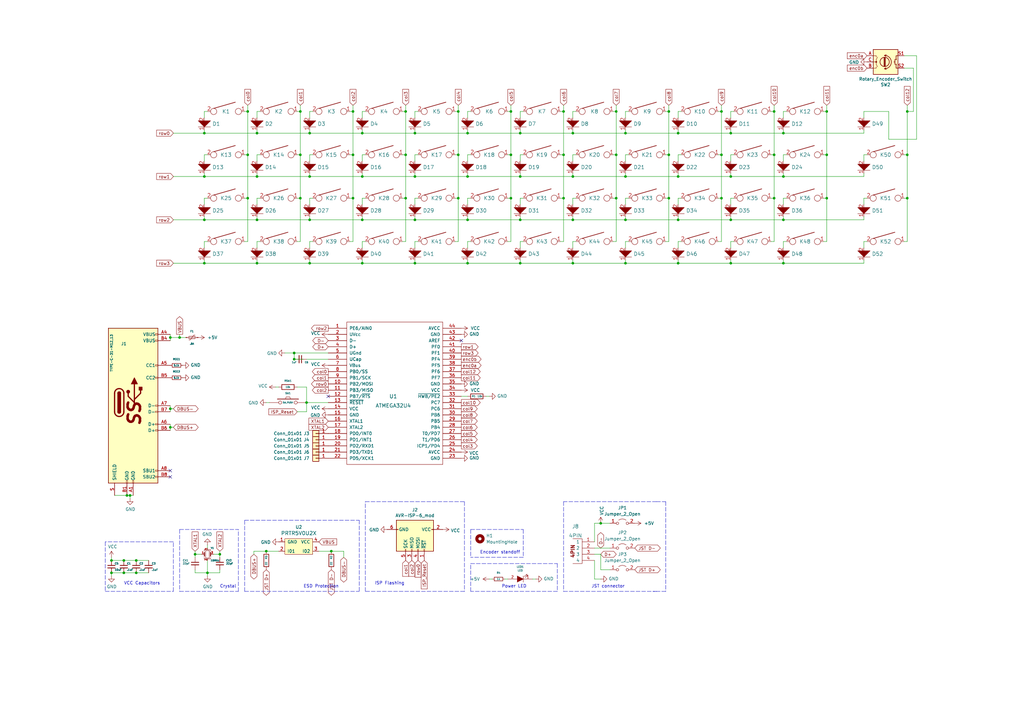
<source format=kicad_sch>
(kicad_sch (version 20211123) (generator eeschema)
  (paper "A3")
  (junction (at 187.96 81.28))
  (junction (at 170.18 90.17))
  (junction (at 191.77 107.95))
  (junction (at 101.6 45.72))
  (junction (at 73.66 138.43))
  (junction (at 231.14 81.28))
  (junction (at 299.72 90.17))
  (junction (at 123.19 45.72))
  (junction (at 209.55 81.28))
  (junction (at 105.41 54.61))
  (junction (at 213.36 107.95))
  (junction (at 101.6 81.28))
  (junction (at 123.19 63.5))
  (junction (at 278.13 72.39))
  (junction (at 274.32 45.72))
  (junction (at 127 54.61))
  (junction (at 148.59 107.95))
  (junction (at 317.5 81.28))
  (junction (at 339.09 63.5))
  (junction (at 166.37 63.5))
  (junction (at 53.34 203.2))
  (junction (at 83.82 72.39))
  (junction (at 256.54 90.17))
  (junction (at 252.73 63.5))
  (junction (at 50.8 229.87))
  (junction (at 372.11 63.5))
  (junction (at 105.41 107.95))
  (junction (at 166.37 45.72))
  (junction (at 321.31 72.39))
  (junction (at 213.36 90.17))
  (junction (at 105.41 72.39))
  (junction (at 101.6 63.5))
  (junction (at 135.89 226.06))
  (junction (at 339.09 45.72))
  (junction (at 321.31 54.61))
  (junction (at 278.13 90.17))
  (junction (at 252.73 81.28))
  (junction (at 295.91 63.5))
  (junction (at 246.38 214.63))
  (junction (at 83.82 90.17))
  (junction (at 170.18 54.61))
  (junction (at 55.88 234.95))
  (junction (at 80.01 227.33))
  (junction (at 144.78 81.28))
  (junction (at 120.65 144.78))
  (junction (at 231.14 45.72))
  (junction (at 234.95 90.17))
  (junction (at 295.91 45.72))
  (junction (at 83.82 54.61))
  (junction (at 52.07 203.2))
  (junction (at 123.19 81.28))
  (junction (at 372.11 81.28))
  (junction (at 321.31 107.95))
  (junction (at 125.73 165.1))
  (junction (at 339.09 81.28))
  (junction (at 127 72.39))
  (junction (at 274.32 81.28))
  (junction (at 252.73 45.72))
  (junction (at 317.5 45.72))
  (junction (at 256.54 54.61))
  (junction (at 274.32 63.5))
  (junction (at 170.18 72.39))
  (junction (at 191.77 90.17))
  (junction (at 144.78 63.5))
  (junction (at 234.95 107.95))
  (junction (at 69.85 167.64))
  (junction (at 278.13 54.61))
  (junction (at 148.59 72.39))
  (junction (at 109.22 226.06))
  (junction (at 55.88 229.87))
  (junction (at 90.17 227.33))
  (junction (at 278.13 107.95))
  (junction (at 45.72 229.87))
  (junction (at 85.09 234.95))
  (junction (at 50.8 234.95))
  (junction (at 105.41 90.17))
  (junction (at 317.5 63.5))
  (junction (at 299.72 72.39))
  (junction (at 295.91 81.28))
  (junction (at 231.14 63.5))
  (junction (at 83.82 107.95))
  (junction (at 170.18 107.95))
  (junction (at 299.72 54.61))
  (junction (at 209.55 63.5))
  (junction (at 127 90.17))
  (junction (at 144.78 45.72))
  (junction (at 299.72 107.95))
  (junction (at 166.37 81.28))
  (junction (at 187.96 63.5))
  (junction (at 256.54 107.95))
  (junction (at 45.72 234.95))
  (junction (at 187.96 45.72))
  (junction (at 69.85 138.43))
  (junction (at 120.65 147.32))
  (junction (at 209.55 45.72))
  (junction (at 191.77 54.61))
  (junction (at 191.77 72.39))
  (junction (at 127 107.95))
  (junction (at 213.36 72.39))
  (junction (at 69.85 175.26))
  (junction (at 321.31 90.17))
  (junction (at 234.95 54.61))
  (junction (at 234.95 72.39))
  (junction (at 213.36 54.61))
  (junction (at 256.54 72.39))
  (junction (at 148.59 90.17))
  (junction (at 148.59 54.61))
  (junction (at 372.11 45.72))
  (no_connect (at 189.23 139.7))
  (no_connect (at 69.85 193.04))
  (no_connect (at 134.62 162.56))
  (no_connect (at 69.85 195.58))
  (wire (pts (xy 209.55 63.5) (xy 209.55 81.28)))
  (polyline (pts (xy 100.33 242.57) (xy 100.33 213.36)))
  (wire (pts (xy 106.68 45.72) (xy 105.41 45.72)))
  (wire (pts (xy 110.49 165.1) (xy 109.22 165.1)))
  (wire (pts (xy 295.91 81.28) (xy 295.91 99.06)))
  (wire (pts (xy 246.38 214.63) (xy 243.84 214.63)))
  (wire (pts (xy 69.85 138.43) (xy 69.85 139.7)))
  (wire (pts (xy 187.96 63.5) (xy 186.69 63.5)))
  (wire (pts (xy 128.27 45.72) (xy 127 45.72)))
  (wire (pts (xy 85.09 45.72) (xy 83.82 45.72)))
  (wire (pts (xy 234.95 88.9) (xy 234.95 90.17)))
  (wire (pts (xy 243.84 214.63) (xy 243.84 222.25)))
  (wire (pts (xy 274.32 45.72) (xy 274.32 63.5)))
  (wire (pts (xy 170.18 107.95) (xy 191.77 107.95)))
  (polyline (pts (xy 193.04 217.17) (xy 193.04 228.6)))
  (wire (pts (xy 127 90.17) (xy 148.59 90.17)))
  (polyline (pts (xy 231.14 205.74) (xy 231.14 242.57)))
  (wire (pts (xy 170.18 71.12) (xy 170.18 72.39)))
  (polyline (pts (xy 73.66 242.57) (xy 97.79 242.57)))
  (wire (pts (xy 231.14 63.5) (xy 231.14 81.28)))
  (wire (pts (xy 299.72 54.61) (xy 321.31 54.61)))
  (wire (pts (xy 140.97 226.06) (xy 140.97 228.6)))
  (wire (pts (xy 256.54 88.9) (xy 256.54 90.17)))
  (wire (pts (xy 105.41 106.68) (xy 105.41 107.95)))
  (wire (pts (xy 127 107.95) (xy 148.59 107.95)))
  (wire (pts (xy 278.13 99.06) (xy 278.13 101.6)))
  (wire (pts (xy 256.54 99.06) (xy 256.54 101.6)))
  (wire (pts (xy 300.99 45.72) (xy 299.72 45.72)))
  (wire (pts (xy 73.66 138.43) (xy 76.2 138.43)))
  (wire (pts (xy 127 99.06) (xy 127 101.6)))
  (wire (pts (xy 191.77 54.61) (xy 213.36 54.61)))
  (wire (pts (xy 71.12 54.61) (xy 83.82 54.61)))
  (wire (pts (xy 339.09 43.18) (xy 339.09 45.72)))
  (wire (pts (xy 83.82 99.06) (xy 83.82 101.6)))
  (wire (pts (xy 209.55 81.28) (xy 209.55 99.06)))
  (wire (pts (xy 127 81.28) (xy 127 83.82)))
  (wire (pts (xy 317.5 99.06) (xy 316.23 99.06)))
  (wire (pts (xy 53.34 203.2) (xy 53.34 204.47)))
  (wire (pts (xy 166.37 63.5) (xy 166.37 81.28)))
  (wire (pts (xy 149.86 63.5) (xy 148.59 63.5)))
  (wire (pts (xy 171.45 45.72) (xy 170.18 45.72)))
  (wire (pts (xy 45.72 234.95) (xy 45.72 236.22)))
  (wire (pts (xy 127 88.9) (xy 127 90.17)))
  (wire (pts (xy 252.73 63.5) (xy 252.73 81.28)))
  (wire (pts (xy 294.64 81.28) (xy 295.91 81.28)))
  (wire (pts (xy 109.22 226.06) (xy 104.14 226.06)))
  (wire (pts (xy 251.46 81.28) (xy 252.73 81.28)))
  (wire (pts (xy 218.44 237.49) (xy 219.71 237.49)))
  (polyline (pts (xy 43.18 242.57) (xy 71.12 242.57)))
  (wire (pts (xy 125.73 165.1) (xy 125.73 168.91)))
  (wire (pts (xy 116.84 144.78) (xy 120.65 144.78)))
  (wire (pts (xy 299.72 106.68) (xy 299.72 107.95)))
  (wire (pts (xy 106.68 63.5) (xy 105.41 63.5)))
  (wire (pts (xy 274.32 63.5) (xy 274.32 81.28)))
  (wire (pts (xy 214.63 99.06) (xy 213.36 99.06)))
  (wire (pts (xy 209.55 99.06) (xy 208.28 99.06)))
  (wire (pts (xy 83.82 45.72) (xy 83.82 48.26)))
  (wire (pts (xy 257.81 63.5) (xy 256.54 63.5)))
  (wire (pts (xy 130.81 226.06) (xy 135.89 226.06)))
  (wire (pts (xy 295.91 43.18) (xy 295.91 45.72)))
  (wire (pts (xy 339.09 45.72) (xy 339.09 63.5)))
  (wire (pts (xy 214.63 63.5) (xy 213.36 63.5)))
  (wire (pts (xy 299.72 90.17) (xy 321.31 90.17)))
  (wire (pts (xy 144.78 63.5) (xy 143.51 63.5)))
  (wire (pts (xy 321.31 81.28) (xy 321.31 83.82)))
  (wire (pts (xy 121.92 45.72) (xy 123.19 45.72)))
  (wire (pts (xy 246.38 227.33) (xy 246.38 233.68)))
  (wire (pts (xy 193.04 99.06) (xy 191.77 99.06)))
  (polyline (pts (xy 214.63 217.17) (xy 214.63 228.6)))
  (wire (pts (xy 125.73 158.75) (xy 125.73 165.1)))
  (wire (pts (xy 104.14 226.06) (xy 104.14 227.33)))
  (wire (pts (xy 234.95 72.39) (xy 256.54 72.39)))
  (wire (pts (xy 144.78 45.72) (xy 144.78 63.5)))
  (wire (pts (xy 355.6 63.5) (xy 354.33 63.5)))
  (wire (pts (xy 354.33 45.72) (xy 354.33 48.26)))
  (wire (pts (xy 354.33 45.72) (xy 364.49 45.72)))
  (wire (pts (xy 85.09 234.95) (xy 90.17 234.95)))
  (wire (pts (xy 105.41 72.39) (xy 127 72.39)))
  (polyline (pts (xy 228.6 242.57) (xy 193.04 242.57)))
  (wire (pts (xy 85.09 99.06) (xy 83.82 99.06)))
  (wire (pts (xy 300.99 81.28) (xy 299.72 81.28)))
  (wire (pts (xy 374.65 45.72) (xy 372.11 45.72)))
  (wire (pts (xy 234.95 45.72) (xy 234.95 48.26)))
  (wire (pts (xy 120.65 147.32) (xy 124.46 147.32)))
  (wire (pts (xy 170.18 90.17) (xy 191.77 90.17)))
  (polyline (pts (xy 73.66 217.17) (xy 73.66 242.57)))
  (wire (pts (xy 354.33 90.17) (xy 354.33 88.9)))
  (wire (pts (xy 295.91 45.72) (xy 295.91 63.5)))
  (polyline (pts (xy 269.24 205.74) (xy 231.14 205.74)))
  (wire (pts (xy 85.09 229.87) (xy 85.09 234.95)))
  (wire (pts (xy 372.11 43.18) (xy 372.11 45.72)))
  (wire (pts (xy 69.85 167.64) (xy 69.85 168.91)))
  (polyline (pts (xy 190.5 242.57) (xy 149.86 242.57)))
  (wire (pts (xy 106.68 99.06) (xy 105.41 99.06)))
  (wire (pts (xy 299.72 99.06) (xy 299.72 101.6)))
  (wire (pts (xy 370.84 22.86) (xy 375.92 22.86)))
  (wire (pts (xy 354.33 63.5) (xy 354.33 66.04)))
  (wire (pts (xy 231.14 43.18) (xy 231.14 45.72)))
  (wire (pts (xy 354.33 107.95) (xy 354.33 106.68)))
  (wire (pts (xy 123.19 81.28) (xy 123.19 99.06)))
  (wire (pts (xy 106.68 81.28) (xy 105.41 81.28)))
  (wire (pts (xy 85.09 234.95) (xy 85.09 236.22)))
  (wire (pts (xy 120.65 147.32) (xy 120.65 144.78)))
  (wire (pts (xy 213.36 71.12) (xy 213.36 72.39)))
  (wire (pts (xy 236.22 99.06) (xy 234.95 99.06)))
  (wire (pts (xy 375.92 22.86) (xy 375.92 57.15)))
  (wire (pts (xy 256.54 54.61) (xy 278.13 54.61)))
  (wire (pts (xy 322.58 63.5) (xy 321.31 63.5)))
  (wire (pts (xy 170.18 72.39) (xy 191.77 72.39)))
  (wire (pts (xy 148.59 90.17) (xy 170.18 90.17)))
  (wire (pts (xy 71.12 175.26) (xy 69.85 175.26)))
  (wire (pts (xy 321.31 63.5) (xy 321.31 66.04)))
  (wire (pts (xy 256.54 63.5) (xy 256.54 66.04)))
  (wire (pts (xy 127 54.61) (xy 148.59 54.61)))
  (wire (pts (xy 339.09 99.06) (xy 337.82 99.06)))
  (wire (pts (xy 246.38 233.68) (xy 250.19 233.68)))
  (wire (pts (xy 321.31 90.17) (xy 321.31 88.9)))
  (wire (pts (xy 83.82 54.61) (xy 105.41 54.61)))
  (wire (pts (xy 299.72 53.34) (xy 299.72 54.61)))
  (wire (pts (xy 372.11 63.5) (xy 372.11 81.28)))
  (wire (pts (xy 50.8 234.95) (xy 45.72 234.95)))
  (wire (pts (xy 187.96 63.5) (xy 187.96 81.28)))
  (wire (pts (xy 250.19 214.63) (xy 246.38 214.63)))
  (wire (pts (xy 105.41 63.5) (xy 105.41 66.04)))
  (wire (pts (xy 149.86 99.06) (xy 148.59 99.06)))
  (wire (pts (xy 321.31 72.39) (xy 321.31 71.12)))
  (wire (pts (xy 144.78 63.5) (xy 144.78 81.28)))
  (wire (pts (xy 83.82 53.34) (xy 83.82 54.61)))
  (wire (pts (xy 354.33 99.06) (xy 354.33 101.6)))
  (wire (pts (xy 191.77 53.34) (xy 191.77 54.61)))
  (wire (pts (xy 101.6 43.18) (xy 101.6 45.72)))
  (wire (pts (xy 100.33 45.72) (xy 101.6 45.72)))
  (polyline (pts (xy 149.86 242.57) (xy 149.86 205.74)))
  (wire (pts (xy 339.09 81.28) (xy 339.09 99.06)))
  (wire (pts (xy 170.18 63.5) (xy 170.18 66.04)))
  (wire (pts (xy 125.73 168.91) (xy 121.92 168.91)))
  (wire (pts (xy 165.1 81.28) (xy 166.37 81.28)))
  (wire (pts (xy 193.04 63.5) (xy 191.77 63.5)))
  (wire (pts (xy 123.19 63.5) (xy 123.19 81.28)))
  (wire (pts (xy 209.55 45.72) (xy 209.55 63.5)))
  (wire (pts (xy 370.84 81.28) (xy 372.11 81.28)))
  (polyline (pts (xy 269.24 205.74) (xy 273.05 205.74)))
  (wire (pts (xy 52.07 203.2) (xy 53.34 203.2)))
  (wire (pts (xy 300.99 63.5) (xy 299.72 63.5)))
  (wire (pts (xy 166.37 45.72) (xy 166.37 63.5)))
  (wire (pts (xy 114.3 226.06) (xy 109.22 226.06)))
  (wire (pts (xy 278.13 71.12) (xy 278.13 72.39)))
  (wire (pts (xy 45.72 228.6) (xy 45.72 229.87)))
  (wire (pts (xy 274.32 63.5) (xy 273.05 63.5)))
  (wire (pts (xy 166.37 43.18) (xy 166.37 45.72)))
  (wire (pts (xy 50.8 229.87) (xy 45.72 229.87)))
  (wire (pts (xy 355.6 81.28) (xy 354.33 81.28)))
  (wire (pts (xy 127 106.68) (xy 127 107.95)))
  (wire (pts (xy 214.63 81.28) (xy 213.36 81.28)))
  (wire (pts (xy 121.92 158.75) (xy 125.73 158.75)))
  (wire (pts (xy 294.64 45.72) (xy 295.91 45.72)))
  (wire (pts (xy 100.33 81.28) (xy 101.6 81.28)))
  (wire (pts (xy 60.96 229.87) (xy 55.88 229.87)))
  (wire (pts (xy 120.65 144.78) (xy 134.62 144.78)))
  (wire (pts (xy 234.95 99.06) (xy 234.95 101.6)))
  (wire (pts (xy 295.91 63.5) (xy 294.64 63.5)))
  (wire (pts (xy 69.85 137.16) (xy 69.85 138.43)))
  (wire (pts (xy 71.12 167.64) (xy 69.85 167.64)))
  (polyline (pts (xy 190.5 205.74) (xy 190.5 242.57)))
  (wire (pts (xy 191.77 106.68) (xy 191.77 107.95)))
  (wire (pts (xy 189.23 162.56) (xy 191.77 162.56)))
  (wire (pts (xy 257.81 45.72) (xy 256.54 45.72)))
  (wire (pts (xy 256.54 45.72) (xy 256.54 48.26)))
  (wire (pts (xy 83.82 107.95) (xy 71.12 107.95)))
  (wire (pts (xy 299.72 71.12) (xy 299.72 72.39)))
  (wire (pts (xy 170.18 45.72) (xy 170.18 48.26)))
  (wire (pts (xy 128.27 63.5) (xy 127 63.5)))
  (wire (pts (xy 83.82 106.68) (xy 83.82 107.95)))
  (wire (pts (xy 148.59 72.39) (xy 170.18 72.39)))
  (wire (pts (xy 256.54 90.17) (xy 278.13 90.17)))
  (wire (pts (xy 295.91 63.5) (xy 295.91 81.28)))
  (wire (pts (xy 90.17 227.33) (xy 90.17 226.06)))
  (wire (pts (xy 83.82 72.39) (xy 105.41 72.39)))
  (wire (pts (xy 200.66 237.49) (xy 201.93 237.49)))
  (wire (pts (xy 234.95 81.28) (xy 234.95 83.82)))
  (wire (pts (xy 364.49 45.72) (xy 364.49 57.15)))
  (wire (pts (xy 85.09 223.52) (xy 85.09 224.79)))
  (wire (pts (xy 354.33 54.61) (xy 354.33 53.34)))
  (wire (pts (xy 213.36 88.9) (xy 213.36 90.17)))
  (wire (pts (xy 299.72 45.72) (xy 299.72 48.26)))
  (wire (pts (xy 83.82 107.95) (xy 105.41 107.95)))
  (wire (pts (xy 83.82 88.9) (xy 83.82 90.17)))
  (wire (pts (xy 148.59 45.72) (xy 148.59 48.26)))
  (wire (pts (xy 257.81 81.28) (xy 256.54 81.28)))
  (wire (pts (xy 171.45 81.28) (xy 170.18 81.28)))
  (wire (pts (xy 191.77 45.72) (xy 191.77 48.26)))
  (wire (pts (xy 80.01 233.68) (xy 80.01 234.95)))
  (polyline (pts (xy 147.32 213.36) (xy 147.32 242.57)))
  (wire (pts (xy 148.59 106.68) (xy 148.59 107.95)))
  (wire (pts (xy 105.41 71.12) (xy 105.41 72.39)))
  (wire (pts (xy 322.58 81.28) (xy 321.31 81.28)))
  (wire (pts (xy 209.55 63.5) (xy 208.28 63.5)))
  (wire (pts (xy 317.5 81.28) (xy 317.5 99.06)))
  (wire (pts (xy 274.32 43.18) (xy 274.32 45.72)))
  (wire (pts (xy 213.36 90.17) (xy 234.95 90.17)))
  (wire (pts (xy 256.54 71.12) (xy 256.54 72.39)))
  (wire (pts (xy 144.78 99.06) (xy 143.51 99.06)))
  (wire (pts (xy 213.36 45.72) (xy 213.36 48.26)))
  (wire (pts (xy 191.77 81.28) (xy 191.77 83.82)))
  (wire (pts (xy 187.96 99.06) (xy 186.69 99.06)))
  (wire (pts (xy 256.54 81.28) (xy 256.54 83.82)))
  (wire (pts (xy 322.58 99.06) (xy 321.31 99.06)))
  (wire (pts (xy 243.84 224.79) (xy 250.19 224.79)))
  (wire (pts (xy 208.28 81.28) (xy 209.55 81.28)))
  (wire (pts (xy 80.01 227.33) (xy 80.01 228.6)))
  (wire (pts (xy 252.73 81.28) (xy 252.73 99.06)))
  (wire (pts (xy 229.87 81.28) (xy 231.14 81.28)))
  (wire (pts (xy 125.73 147.32) (xy 134.62 147.32)))
  (wire (pts (xy 191.77 63.5) (xy 191.77 66.04)))
  (wire (pts (xy 69.85 138.43) (xy 73.66 138.43)))
  (wire (pts (xy 127 72.39) (xy 148.59 72.39)))
  (wire (pts (xy 234.95 90.17) (xy 256.54 90.17)))
  (wire (pts (xy 149.86 81.28) (xy 148.59 81.28)))
  (wire (pts (xy 316.23 45.72) (xy 317.5 45.72)))
  (wire (pts (xy 213.36 53.34) (xy 213.36 54.61)))
  (wire (pts (xy 355.6 99.06) (xy 354.33 99.06)))
  (wire (pts (xy 234.95 53.34) (xy 234.95 54.61)))
  (wire (pts (xy 337.82 45.72) (xy 339.09 45.72)))
  (wire (pts (xy 46.99 203.2) (xy 52.07 203.2)))
  (wire (pts (xy 213.36 99.06) (xy 213.36 101.6)))
  (wire (pts (xy 123.19 43.18) (xy 123.19 45.72)))
  (wire (pts (xy 166.37 81.28) (xy 166.37 99.06)))
  (wire (pts (xy 354.33 72.39) (xy 354.33 71.12)))
  (wire (pts (xy 279.4 63.5) (xy 278.13 63.5)))
  (wire (pts (xy 321.31 90.17) (xy 354.33 90.17)))
  (polyline (pts (xy 193.04 242.57) (xy 193.04 231.14)))
  (wire (pts (xy 128.27 99.06) (xy 127 99.06)))
  (wire (pts (xy 101.6 63.5) (xy 101.6 81.28)))
  (wire (pts (xy 143.51 45.72) (xy 144.78 45.72)))
  (wire (pts (xy 170.18 88.9) (xy 170.18 90.17)))
  (wire (pts (xy 273.05 81.28) (xy 274.32 81.28)))
  (wire (pts (xy 170.18 54.61) (xy 191.77 54.61)))
  (wire (pts (xy 372.11 45.72) (xy 372.11 63.5)))
  (wire (pts (xy 252.73 43.18) (xy 252.73 45.72)))
  (wire (pts (xy 256.54 53.34) (xy 256.54 54.61)))
  (wire (pts (xy 85.09 81.28) (xy 83.82 81.28)))
  (wire (pts (xy 278.13 88.9) (xy 278.13 90.17)))
  (wire (pts (xy 231.14 81.28) (xy 231.14 99.06)))
  (wire (pts (xy 278.13 53.34) (xy 278.13 54.61)))
  (wire (pts (xy 299.72 107.95) (xy 321.31 107.95)))
  (wire (pts (xy 299.72 72.39) (xy 321.31 72.39)))
  (wire (pts (xy 85.09 63.5) (xy 83.82 63.5)))
  (wire (pts (xy 213.36 54.61) (xy 234.95 54.61)))
  (wire (pts (xy 55.88 229.87) (xy 50.8 229.87)))
  (wire (pts (xy 191.77 99.06) (xy 191.77 101.6)))
  (wire (pts (xy 213.36 106.68) (xy 213.36 107.95)))
  (wire (pts (xy 209.55 43.18) (xy 209.55 45.72)))
  (wire (pts (xy 105.41 99.06) (xy 105.41 101.6)))
  (polyline (pts (xy 214.63 228.6) (xy 193.04 228.6)))
  (wire (pts (xy 246.38 237.49) (xy 243.84 237.49)))
  (wire (pts (xy 213.36 81.28) (xy 213.36 83.82)))
  (wire (pts (xy 317.5 63.5) (xy 316.23 63.5)))
  (wire (pts (xy 127 63.5) (xy 127 66.04)))
  (wire (pts (xy 295.91 99.06) (xy 294.64 99.06)))
  (wire (pts (xy 191.77 88.9) (xy 191.77 90.17)))
  (wire (pts (xy 256.54 107.95) (xy 278.13 107.95)))
  (wire (pts (xy 321.31 45.72) (xy 321.31 48.26)))
  (wire (pts (xy 83.82 72.39) (xy 71.12 72.39)))
  (polyline (pts (xy 43.18 222.25) (xy 43.18 242.57)))
  (wire (pts (xy 278.13 63.5) (xy 278.13 66.04)))
  (wire (pts (xy 127 53.34) (xy 127 54.61)))
  (wire (pts (xy 90.17 234.95) (xy 90.17 233.68)))
  (wire (pts (xy 337.82 81.28) (xy 339.09 81.28)))
  (wire (pts (xy 105.41 54.61) (xy 127 54.61)))
  (wire (pts (xy 321.31 54.61) (xy 321.31 53.34)))
  (wire (pts (xy 278.13 107.95) (xy 299.72 107.95)))
  (wire (pts (xy 105.41 88.9) (xy 105.41 90.17)))
  (wire (pts (xy 171.45 99.06) (xy 170.18 99.06)))
  (wire (pts (xy 317.5 63.5) (xy 317.5 81.28)))
  (wire (pts (xy 186.69 45.72) (xy 187.96 45.72)))
  (wire (pts (xy 69.85 175.26) (xy 69.85 176.53)))
  (wire (pts (xy 231.14 63.5) (xy 229.87 63.5)))
  (wire (pts (xy 234.95 107.95) (xy 256.54 107.95)))
  (wire (pts (xy 243.84 229.87) (xy 243.84 237.49)))
  (wire (pts (xy 134.62 165.1) (xy 125.73 165.1)))
  (polyline (pts (xy 100.33 213.36) (xy 147.32 213.36)))
  (wire (pts (xy 252.73 63.5) (xy 251.46 63.5)))
  (wire (pts (xy 90.17 227.33) (xy 90.17 228.6)))
  (wire (pts (xy 236.22 81.28) (xy 234.95 81.28)))
  (wire (pts (xy 105.41 81.28) (xy 105.41 83.82)))
  (wire (pts (xy 321.31 99.06) (xy 321.31 101.6)))
  (wire (pts (xy 114.3 158.75) (xy 113.03 158.75)))
  (wire (pts (xy 231.14 45.72) (xy 231.14 63.5)))
  (wire (pts (xy 278.13 81.28) (xy 278.13 83.82)))
  (wire (pts (xy 123.19 63.5) (xy 121.92 63.5)))
  (wire (pts (xy 300.99 99.06) (xy 299.72 99.06)))
  (wire (pts (xy 213.36 107.95) (xy 234.95 107.95)))
  (wire (pts (xy 82.55 227.33) (xy 80.01 227.33)))
  (wire (pts (xy 144.78 81.28) (xy 144.78 99.06)))
  (wire (pts (xy 191.77 72.39) (xy 213.36 72.39)))
  (wire (pts (xy 279.4 45.72) (xy 278.13 45.72)))
  (wire (pts (xy 199.39 162.56) (xy 200.66 162.56)))
  (wire (pts (xy 55.88 234.95) (xy 50.8 234.95)))
  (wire (pts (xy 170.18 99.06) (xy 170.18 101.6)))
  (wire (pts (xy 252.73 99.06) (xy 251.46 99.06)))
  (wire (pts (xy 123.19 45.72) (xy 123.19 63.5)))
  (wire (pts (xy 148.59 54.61) (xy 170.18 54.61)))
  (wire (pts (xy 171.45 63.5) (xy 170.18 63.5)))
  (wire (pts (xy 251.46 45.72) (xy 252.73 45.72)))
  (wire (pts (xy 243.84 227.33) (xy 246.38 227.33)))
  (wire (pts (xy 105.41 53.34) (xy 105.41 54.61)))
  (wire (pts (xy 135.89 226.06) (xy 140.97 226.06)))
  (wire (pts (xy 60.96 234.95) (xy 55.88 234.95)))
  (polyline (pts (xy 100.33 242.57) (xy 147.32 242.57)))
  (wire (pts (xy 128.27 81.28) (xy 127 81.28)))
  (wire (pts (xy 213.36 63.5) (xy 213.36 66.04)))
  (wire (pts (xy 144.78 43.18) (xy 144.78 45.72)))
  (wire (pts (xy 278.13 54.61) (xy 299.72 54.61)))
  (wire (pts (xy 252.73 45.72) (xy 252.73 63.5)))
  (wire (pts (xy 166.37 99.06) (xy 165.1 99.06)))
  (wire (pts (xy 317.5 45.72) (xy 317.5 63.5)))
  (wire (pts (xy 53.34 203.2) (xy 54.61 203.2)))
  (wire (pts (xy 234.95 71.12) (xy 234.95 72.39)))
  (wire (pts (xy 316.23 81.28) (xy 317.5 81.28)))
  (wire (pts (xy 148.59 71.12) (xy 148.59 72.39)))
  (wire (pts (xy 231.14 99.06) (xy 229.87 99.06)))
  (wire (pts (xy 148.59 53.34) (xy 148.59 54.61)))
  (wire (pts (xy 105.41 45.72) (xy 105.41 48.26)))
  (wire (pts (xy 236.22 63.5) (xy 234.95 63.5)))
  (wire (pts (xy 207.01 237.49) (xy 208.28 237.49)))
  (wire (pts (xy 372.11 63.5) (xy 370.84 63.5)))
  (polyline (pts (xy 149.86 205.74) (xy 190.5 205.74)))
  (wire (pts (xy 170.18 53.34) (xy 170.18 54.61)))
  (wire (pts (xy 166.37 63.5) (xy 165.1 63.5)))
  (wire (pts (xy 214.63 45.72) (xy 213.36 45.72)))
  (wire (pts (xy 213.36 72.39) (xy 234.95 72.39)))
  (wire (pts (xy 83.82 63.5) (xy 83.82 66.04)))
  (wire (pts (xy 256.54 72.39) (xy 278.13 72.39)))
  (wire (pts (xy 364.49 57.15) (xy 375.92 57.15)))
  (wire (pts (xy 374.65 27.94) (xy 374.65 45.72)))
  (wire (pts (xy 148.59 63.5) (xy 148.59 66.04)))
  (wire (pts (xy 273.05 45.72) (xy 274.32 45.72)))
  (wire (pts (xy 321.31 107.95) (xy 354.33 107.95)))
  (wire (pts (xy 148.59 107.95) (xy 170.18 107.95)))
  (wire (pts (xy 236.22 45.72) (xy 234.95 45.72)))
  (wire (pts (xy 87.63 227.33) (xy 90.17 227.33)))
  (polyline (pts (xy 73.66 217.17) (xy 97.79 217.17)))
  (wire (pts (xy 187.96 43.18) (xy 187.96 45.72)))
  (wire (pts (xy 187.96 81.28) (xy 187.96 99.06)))
  (wire (pts (xy 105.41 107.95) (xy 127 107.95)))
  (wire (pts (xy 143.51 81.28) (xy 144.78 81.28)))
  (wire (pts (xy 279.4 81.28) (xy 278.13 81.28)))
  (wire (pts (xy 127 45.72) (xy 127 48.26)))
  (wire (pts (xy 234.95 63.5) (xy 234.95 66.04)))
  (wire (pts (xy 278.13 106.68) (xy 278.13 107.95)))
  (wire (pts (xy 80.01 227.33) (xy 80.01 226.06)))
  (wire (pts (xy 80.01 234.95) (xy 85.09 234.95)))
  (wire (pts (xy 83.82 90.17) (xy 105.41 90.17)))
  (wire (pts (xy 83.82 90.17) (xy 71.12 90.17)))
  (wire (pts (xy 69.85 166.37) (xy 69.85 167.64)))
  (wire (pts (xy 127 71.12) (xy 127 72.39)))
  (polyline (pts (xy 273.05 242.57) (xy 267.97 242.57)))
  (polyline (pts (xy 71.12 222.25) (xy 43.18 222.25)))
  (wire (pts (xy 193.04 45.72) (xy 191.77 45.72)))
  (wire (pts (xy 229.87 45.72) (xy 231.14 45.72)))
  (wire (pts (xy 148.59 88.9) (xy 148.59 90.17)))
  (wire (pts (xy 148.59 81.28) (xy 148.59 83.82)))
  (wire (pts (xy 101.6 99.06) (xy 100.33 99.06)))
  (wire (pts (xy 149.86 45.72) (xy 148.59 45.72)))
  (wire (pts (xy 187.96 45.72) (xy 187.96 63.5)))
  (wire (pts (xy 278.13 72.39) (xy 299.72 72.39)))
  (wire (pts (xy 101.6 81.28) (xy 101.6 99.06)))
  (wire (pts (xy 165.1 45.72) (xy 166.37 45.72)))
  (wire (pts (xy 321.31 107.95) (xy 321.31 106.68)))
  (wire (pts (xy 274.32 81.28) (xy 274.32 99.06)))
  (wire (pts (xy 322.58 45.72) (xy 321.31 45.72)))
  (wire (pts (xy 234.95 106.68) (xy 234.95 107.95)))
  (wire (pts (xy 208.28 45.72) (xy 209.55 45.72)))
  (wire (pts (xy 256.54 106.68) (xy 256.54 107.95)))
  (wire (pts (xy 170.18 106.68) (xy 170.18 107.95)))
  (wire (pts (xy 321.31 72.39) (xy 354.33 72.39)))
  (wire (pts (xy 186.69 81.28) (xy 187.96 81.28)))
  (wire (pts (xy 83.82 71.12) (xy 83.82 72.39)))
  (polyline (pts (xy 273.05 205.74) (xy 273.05 242.57)))
  (wire (pts (xy 372.11 99.06) (xy 370.84 99.06)))
  (wire (pts (xy 299.72 63.5) (xy 299.72 66.04)))
  (polyline (pts (xy 231.14 242.57) (xy 269.24 242.57)))
  (wire (pts (xy 278.13 90.17) (xy 299.72 90.17)))
  (wire (pts (xy 339.09 63.5) (xy 337.82 63.5)))
  (wire (pts (xy 257.81 99.06) (xy 256.54 99.06)))
  (wire (pts (xy 370.84 27.94) (xy 374.65 27.94)))
  (polyline (pts (xy 193.04 231.14) (xy 228.6 231.14)))
  (wire (pts (xy 148.59 99.06) (xy 148.59 101.6)))
  (wire (pts (xy 170.18 81.28) (xy 170.18 83.82)))
  (wire (pts (xy 191.77 90.17) (xy 213.36 90.17)))
  (wire (pts (xy 274.32 99.06) (xy 273.05 99.06)))
  (wire (pts (xy 73.66 137.16) (xy 73.66 138.43)))
  (wire (pts (xy 279.4 99.06) (xy 278.13 99.06)))
  (wire (pts (xy 299.72 81.28) (xy 299.72 83.82)))
  (wire (pts (xy 105.41 90.17) (xy 127 90.17)))
  (wire (pts (xy 193.04 81.28) (xy 191.77 81.28)))
  (wire (pts (xy 101.6 45.72) (xy 101.6 63.5)))
  (wire (pts (xy 121.92 81.28) (xy 123.19 81.28)))
  (wire (pts (xy 191.77 107.95) (xy 213.36 107.95)))
  (wire (pts (xy 339.09 63.5) (xy 339.09 81.28)))
  (wire (pts (xy 69.85 173.99) (xy 69.85 175.26)))
  (wire (pts (xy 191.77 71.12) (xy 191.77 72.39)))
  (polyline (pts (xy 193.04 217.17) (xy 214.63 217.17)))
  (wire (pts (xy 123.19 99.06) (xy 121.92 99.06)))
  (wire (pts (xy 317.5 43.18) (xy 317.5 45.72)))
  (polyline (pts (xy 97.79 242.57) (xy 97.79 217.17)))
  (wire (pts (xy 278.13 45.72) (xy 278.13 48.26)))
  (wire (pts (xy 372.11 81.28) (xy 372.11 99.06)))
  (wire (pts (xy 83.82 81.28) (xy 83.82 83.82)))
  (wire (pts (xy 354.33 81.28) (xy 354.33 83.82)))
  (wire (pts (xy 299.72 88.9) (xy 299.72 90.17)))
  (polyline (pts (xy 71.12 242.57) (xy 71.12 222.25)))
  (polyline (pts (xy 228.6 231.14) (xy 228.6 242.57)))
  (wire (pts (xy 101.6 63.5) (xy 100.33 63.5)))
  (wire (pts (xy 234.95 54.61) (xy 256.54 54.61)))
  (wire (pts (xy 321.31 54.61) (xy 354.33 54.61)))
  (text "ESD Protection" (at 124.46 241.3 0) (effects (font (size 1.27 1.27)) (justify left bottom)))
  (text "Crystal" (at 90.17 241.3 0) (effects (font (size 1.27 1.27)) (justify left bottom)))
  (text "Power LED" (at 205.74 241.3 0) (effects (font (size 1.27 1.27)) (justify left bottom)))
  (text "JST connector" (at 242.57 241.3 0) (effects (font (size 1.27 1.27)) (justify left bottom)))
  (text "VCC Capacitors" (at 50.8 240.03 0) (effects (font (size 1.27 1.27)) (justify left bottom)))
  (text "Encoder standoff" (at 196.85 227.33 0) (effects (font (size 1.27 1.27)) (justify left bottom)))
  (text "ISP Flashing" (at 153.67 240.03 0) (effects (font (size 1.27 1.27)) (justify left bottom)))
  (global_label "VBUS" (shape input) (at 130.81 222.25 0) (property "Intersheet References" "${INTERSHEET_REFS}" (effects hide)))
  (global_label "col8" (shape input) (at 274.32 43.18 90) (property "Intersheet References" "${INTERSHEET_REFS}" (effects hide)))
  (global_label "col2" (shape input) (at 168.91 229.87 270) (property "Intersheet References" "${INTERSHEET_REFS}" (effects hide)))
  (global_label "enc0a" (shape output) (at 189.23 149.86 0) (property "Intersheet References" "${INTERSHEET_REFS}" (effects hide)))
  (global_label "col4" (shape input) (at 187.96 43.18 90) (property "Intersheet References" "${INTERSHEET_REFS}" (effects hide)))
  (global_label "JST D-" (shape bidirectional) (at 260.35 224.79 0) (property "Intersheet References" "${INTERSHEET_REFS}" (effects hide)))
  (global_label "col7" (shape output) (at 189.23 172.72 0) (property "Intersheet References" "${INTERSHEET_REFS}" (effects hide)))
  (global_label "row2" (shape input) (at 71.12 90.17 180) (property "Intersheet References" "${INTERSHEET_REFS}" (effects hide)))
  (global_label "col0" (shape output) (at 134.62 152.4 180) (property "Intersheet References" "${INTERSHEET_REFS}" (effects hide)))
  (global_label "col2" (shape input) (at 144.78 43.18 90) (property "Intersheet References" "${INTERSHEET_REFS}" (effects hide)))
  (global_label "XTAL1" (shape input) (at 80.01 226.06 90) (property "Intersheet References" "${INTERSHEET_REFS}" (effects hide)))
  (global_label "D+" (shape bidirectional) (at 134.62 142.24 180) (property "Intersheet References" "${INTERSHEET_REFS}" (effects hide)))
  (global_label "row0" (shape output) (at 134.62 157.48 180) (property "Intersheet References" "${INTERSHEET_REFS}" (effects hide)))
  (global_label "VBUS" (shape output) (at 73.66 137.16 90) (property "Intersheet References" "${INTERSHEET_REFS}" (effects hide)))
  (global_label "col4" (shape output) (at 189.23 180.34 0) (property "Intersheet References" "${INTERSHEET_REFS}" (effects hide)))
  (global_label "row3" (shape input) (at 71.12 107.95 180) (property "Intersheet References" "${INTERSHEET_REFS}" (effects hide)))
  (global_label "D+" (shape bidirectional) (at 246.38 227.33 0) (property "Intersheet References" "${INTERSHEET_REFS}" (effects hide)))
  (global_label "col3" (shape input) (at 166.37 43.18 90) (property "Intersheet References" "${INTERSHEET_REFS}" (effects hide)))
  (global_label "JST D+" (shape bidirectional) (at 109.22 233.68 270) (property "Intersheet References" "${INTERSHEET_REFS}" (effects hide)))
  (global_label "D-" (shape bidirectional) (at 134.62 139.7 180) (property "Intersheet References" "${INTERSHEET_REFS}" (effects hide)))
  (global_label "col12" (shape output) (at 189.23 152.4 0) (property "Intersheet References" "${INTERSHEET_REFS}" (effects hide)))
  (global_label "col7" (shape input) (at 252.73 43.18 90) (property "Intersheet References" "${INTERSHEET_REFS}" (effects hide)))
  (global_label "col5" (shape input) (at 209.55 43.18 90) (property "Intersheet References" "${INTERSHEET_REFS}" (effects hide)))
  (global_label "col9" (shape input) (at 295.91 43.18 90) (property "Intersheet References" "${INTERSHEET_REFS}" (effects hide)))
  (global_label "DBUS-" (shape bidirectional) (at 140.97 228.6 270) (property "Intersheet References" "${INTERSHEET_REFS}" (effects hide)))
  (global_label "JST D+" (shape bidirectional) (at 260.35 233.68 0) (property "Intersheet References" "${INTERSHEET_REFS}" (effects hide)))
  (global_label "enc0b" (shape input) (at 355.6 27.94 180) (property "Intersheet References" "${INTERSHEET_REFS}" (effects hide)))
  (global_label "col2" (shape output) (at 134.62 160.02 180) (property "Intersheet References" "${INTERSHEET_REFS}" (effects hide)))
  (global_label "col6" (shape input) (at 231.14 43.18 90) (property "Intersheet References" "${INTERSHEET_REFS}" (effects hide)))
  (global_label "row1" (shape output) (at 189.23 142.24 0) (property "Intersheet References" "${INTERSHEET_REFS}" (effects hide)))
  (global_label "col9" (shape output) (at 189.23 167.64 0) (property "Intersheet References" "${INTERSHEET_REFS}" (effects hide)))
  (global_label "JST D-" (shape bidirectional) (at 135.89 233.68 270) (property "Intersheet References" "${INTERSHEET_REFS}" (effects hide)))
  (global_label "enc0a" (shape input) (at 355.6 22.86 180) (property "Intersheet References" "${INTERSHEET_REFS}" (effects hide)))
  (global_label "row0" (shape input) (at 171.45 229.87 270) (property "Intersheet References" "${INTERSHEET_REFS}" (effects hide)))
  (global_label "col10" (shape output) (at 189.23 165.1 0) (property "Intersheet References" "${INTERSHEET_REFS}" (effects hide)))
  (global_label "row2" (shape output) (at 134.62 134.62 180) (property "Intersheet References" "${INTERSHEET_REFS}" (effects hide)))
  (global_label "col8" (shape output) (at 189.23 170.18 0) (property "Intersheet References" "${INTERSHEET_REFS}" (effects hide)))
  (global_label "DBUS+" (shape bidirectional) (at 71.12 175.26 0) (property "Intersheet References" "${INTERSHEET_REFS}" (effects hide)))
  (global_label "ISP_Reset" (shape input) (at 173.99 229.87 270) (property "Intersheet References" "${INTERSHEET_REFS}" (effects hide)))
  (global_label "XTAL2" (shape input) (at 90.17 226.06 90) (property "Intersheet References" "${INTERSHEET_REFS}" (effects hide)))
  (global_label "XTAL1" (shape input) (at 134.62 172.72 180) (property "Intersheet References" "${INTERSHEET_REFS}" (effects hide)))
  (global_label "D-" (shape bidirectional) (at 246.38 224.79 90) (property "Intersheet References" "${INTERSHEET_REFS}" (effects hide)))
  (global_label "col1" (shape input) (at 166.37 229.87 270) (property "Intersheet References" "${INTERSHEET_REFS}" (effects hide)))
  (global_label "row0" (shape input) (at 71.12 54.61 180) (property "Intersheet References" "${INTERSHEET_REFS}" (effects hide)))
  (global_label "col11" (shape output) (at 189.23 154.94 0) (property "Intersheet References" "${INTERSHEET_REFS}" (effects hide)))
  (global_label "ISP_Reset" (shape input) (at 121.92 168.91 180) (property "Intersheet References" "${INTERSHEET_REFS}" (effects hide)))
  (global_label "col10" (shape input) (at 317.5 43.18 90) (property "Intersheet References" "${INTERSHEET_REFS}" (effects hide)))
  (global_label "col5" (shape output) (at 189.23 177.8 0) (property "Intersheet References" "${INTERSHEET_REFS}" (effects hide)))
  (global_label "col12" (shape input) (at 372.11 43.18 90) (property "Intersheet References" "${INTERSHEET_REFS}" (effects hide)))
  (global_label "col3" (shape output) (at 189.23 182.88 0) (property "Intersheet References" "${INTERSHEET_REFS}" (effects hide)))
  (global_label "col0" (shape input) (at 101.6 43.18 90) (property "Intersheet References" "${INTERSHEET_REFS}" (effects hide)))
  (global_label "XTAL2" (shape input) (at 134.62 175.26 180) (property "Intersheet References" "${INTERSHEET_REFS}" (effects hide)))
  (global_label "row1" (shape input) (at 71.12 72.39 180) (property "Intersheet References" "${INTERSHEET_REFS}" (effects hide)))
  (global_label "col11" (shape input) (at 339.09 43.18 90) (property "Intersheet References" "${INTERSHEET_REFS}" (effects hide)))
  (global_label "col6" (shape output) (at 189.23 175.26 0) (property "Intersheet References" "${INTERSHEET_REFS}" (effects hide)))
  (global_label "row3" (shape output) (at 189.23 144.78 0) (property "Intersheet References" "${INTERSHEET_REFS}" (effects hide)))
  (global_label "col1" (shape output) (at 134.62 154.94 180) (property "Intersheet References" "${INTERSHEET_REFS}" (effects hide)))
  (global_label "DBUS+" (shape bidirectional) (at 104.14 227.33 270) (property "Intersheet References" "${INTERSHEET_REFS}" (effects hide)))
  (global_label "enc0b" (shape output) (at 189.23 147.32 0) (property "Intersheet References" "${INTERSHEET_REFS}" (effects hide)))
  (global_label "DBUS-" (shape bidirectional) (at 71.12 167.64 0) (property "Intersheet References" "${INTERSHEET_REFS}" (effects hide)))
  (global_label "col1" (shape input) (at 123.19 43.18 90) (property "Intersheet References" "${INTERSHEET_REFS}" (effects hide)))
  (symbol (lib_id "pcb-rescue:KEYSW-keyboard_parts-Ori-rescue-lucy-rescue") (at 92.71 45.72 0) (unit 1)
    (property "Reference" "K1" (at 92.71 45.72 0) (effects (font (size 1.524 1.524))))
    (property "Value" "KEYSW" (effects hide))
    (property "Footprint" "MX_Only:MXOnly-1U-Hotswap" (effects hide))
  )
  (symbol (lib_id "pcb-rescue:KEYSW-keyboard_parts-Ori-rescue-lucy-rescue") (at 92.71 63.5 0) (unit 1)
    (property "Reference" "K13" (at 92.71 63.5 0) (effects (font (size 1.524 1.524))))
    (property "Value" "KEYSW" (effects hide))
    (property "Footprint" "MX_Only:MXOnly-1U-Hotswap" (effects hide))
  )
  (symbol (lib_id "pcb-rescue:D-keyboard_parts-Ori-rescue-lucy-rescue") (at 83.82 52.07 180) (unit 1)
    (property "Reference" "D1" (at 87.0712 50.8 0) (effects (font (size 1.524 1.524)) (justify right)))
    (property "Value" "D" (effects hide))
    (property "Footprint" "Keeb_footprints:D_SOD-123_modified" (effects hide))
  )
  (symbol (lib_id "pcb-rescue:D-keyboard_parts-Ori-rescue-lucy-rescue") (at 83.82 69.85 180) (unit 1)
    (property "Reference" "D13" (at 87.0712 68.58 0) (effects (font (size 1.524 1.524)) (justify right)))
    (property "Value" "D" (effects hide))
    (property "Footprint" "Keeb_footprints:D_SOD-123_modified" (effects hide))
  )
  (symbol (lib_id "pcb-rescue:KEYSW-keyboard_parts-Ori-rescue-lucy-rescue") (at 114.3 45.72 0) (unit 1)
    (property "Reference" "K2" (at 114.3 45.72 0) (effects (font (size 1.524 1.524))))
    (property "Value" "KEYSW" (effects hide))
    (property "Footprint" "MX_Only:MXOnly-1U-Hotswap" (effects hide))
  )
  (symbol (lib_id "pcb-rescue:KEYSW-keyboard_parts-Ori-rescue-lucy-rescue") (at 114.3 63.5 0) (unit 1)
    (property "Reference" "K14" (at 114.3 63.5 0) (effects (font (size 1.524 1.524))))
    (property "Value" "KEYSW" (effects hide))
    (property "Footprint" "MX_Only:MXOnly-1U-Hotswap" (effects hide))
  )
  (symbol (lib_id "pcb-rescue:D-keyboard_parts-Ori-rescue-lucy-rescue") (at 105.41 52.07 180) (unit 1)
    (property "Reference" "D2" (at 108.6612 50.8 0) (effects (font (size 1.524 1.524)) (justify right)))
    (property "Value" "D" (effects hide))
    (property "Footprint" "Keeb_footprints:D_SOD-123_modified" (effects hide))
  )
  (symbol (lib_id "pcb-rescue:D-keyboard_parts-Ori-rescue-lucy-rescue") (at 105.41 69.85 180) (unit 1)
    (property "Reference" "D14" (at 108.6612 68.58 0) (effects (font (size 1.524 1.524)) (justify right)))
    (property "Value" "D" (effects hide))
    (property "Footprint" "Keeb_footprints:D_SOD-123_modified" (effects hide))
  )
  (symbol (lib_id "pcb-rescue:KEYSW-keyboard_parts-Ori-rescue-lucy-rescue") (at 135.89 45.72 0) (unit 1)
    (property "Reference" "K3" (at 135.89 45.72 0) (effects (font (size 1.524 1.524))))
    (property "Value" "KEYSW" (effects hide))
    (property "Footprint" "MX_Only:MXOnly-1U-Hotswap" (effects hide))
  )
  (symbol (lib_id "pcb-rescue:KEYSW-keyboard_parts-Ori-rescue-lucy-rescue") (at 135.89 63.5 0) (unit 1)
    (property "Reference" "K15" (at 135.89 63.5 0) (effects (font (size 1.524 1.524))))
    (property "Value" "KEYSW" (effects hide))
    (property "Footprint" "MX_Only:MXOnly-1U-Hotswap" (effects hide))
  )
  (symbol (lib_id "pcb-rescue:D-keyboard_parts-Ori-rescue-lucy-rescue") (at 127 52.07 180) (unit 1)
    (property "Reference" "D3" (at 130.2512 50.8 0) (effects (font (size 1.524 1.524)) (justify right)))
    (property "Value" "D" (effects hide))
    (property "Footprint" "Keeb_footprints:D_SOD-123_modified" (effects hide))
  )
  (symbol (lib_id "pcb-rescue:D-keyboard_parts-Ori-rescue-lucy-rescue") (at 127 69.85 180) (unit 1)
    (property "Reference" "D15" (at 130.2512 68.58 0) (effects (font (size 1.524 1.524)) (justify right)))
    (property "Value" "D" (effects hide))
    (property "Footprint" "Keeb_footprints:D_SOD-123_modified" (effects hide))
  )
  (symbol (lib_id "pcb-rescue:KEYSW-keyboard_parts-Ori-rescue-lucy-rescue") (at 157.48 45.72 0) (unit 1)
    (property "Reference" "K4" (at 157.48 45.72 0) (effects (font (size 1.524 1.524))))
    (property "Value" "KEYSW" (effects hide))
    (property "Footprint" "MX_Only:MXOnly-1U-Hotswap" (effects hide))
  )
  (symbol (lib_id "pcb-rescue:KEYSW-keyboard_parts-Ori-rescue-lucy-rescue") (at 157.48 63.5 0) (unit 1)
    (property "Reference" "K16" (at 157.48 63.5 0) (effects (font (size 1.524 1.524))))
    (property "Value" "KEYSW" (effects hide))
    (property "Footprint" "MX_Only:MXOnly-1U-Hotswap" (effects hide))
  )
  (symbol (lib_id "pcb-rescue:D-keyboard_parts-Ori-rescue-lucy-rescue") (at 148.59 52.07 180) (unit 1)
    (property "Reference" "D4" (at 151.8412 50.8 0) (effects (font (size 1.524 1.524)) (justify right)))
    (property "Value" "D" (effects hide))
    (property "Footprint" "Keeb_footprints:D_SOD-123_modified" (effects hide))
  )
  (symbol (lib_id "pcb-rescue:D-keyboard_parts-Ori-rescue-lucy-rescue") (at 148.59 69.85 180) (unit 1)
    (property "Reference" "D16" (at 151.8412 68.58 0) (effects (font (size 1.524 1.524)) (justify right)))
    (property "Value" "D" (effects hide))
    (property "Footprint" "Keeb_footprints:D_SOD-123_modified" (effects hide))
  )
  (symbol (lib_id "pcb-rescue:KEYSW-keyboard_parts-Ori-rescue-lucy-rescue") (at 179.07 45.72 0) (unit 1)
    (property "Reference" "K5" (at 179.07 45.72 0) (effects (font (size 1.524 1.524))))
    (property "Value" "KEYSW" (effects hide))
    (property "Footprint" "MX_Only:MXOnly-1U-Hotswap" (effects hide))
  )
  (symbol (lib_id "pcb-rescue:KEYSW-keyboard_parts-Ori-rescue-lucy-rescue") (at 179.07 63.5 0) (unit 1)
    (property "Reference" "K17" (at 179.07 63.5 0) (effects (font (size 1.524 1.524))))
    (property "Value" "KEYSW" (effects hide))
    (property "Footprint" "MX_Only:MXOnly-1U-Hotswap" (effects hide))
  )
  (symbol (lib_id "pcb-rescue:D-keyboard_parts-Ori-rescue-lucy-rescue") (at 170.18 52.07 180) (unit 1)
    (property "Reference" "D5" (at 173.4312 50.8 0) (effects (font (size 1.524 1.524)) (justify right)))
    (property "Value" "D" (effects hide))
    (property "Footprint" "Keeb_footprints:D_SOD-123_modified" (effects hide))
  )
  (symbol (lib_id "pcb-rescue:D-keyboard_parts-Ori-rescue-lucy-rescue") (at 170.18 69.85 180) (unit 1)
    (property "Reference" "D17" (at 173.4312 68.58 0) (effects (font (size 1.524 1.524)) (justify right)))
    (property "Value" "D" (effects hide))
    (property "Footprint" "Keeb_footprints:D_SOD-123_modified" (effects hide))
  )
  (symbol (lib_id "pcb-rescue:KEYSW-keyboard_parts-Ori-rescue-lucy-rescue") (at 200.66 45.72 0) (unit 1)
    (property "Reference" "K6" (at 200.66 45.72 0) (effects (font (size 1.524 1.524))))
    (property "Value" "KEYSW" (effects hide))
    (property "Footprint" "MX_Only:MXOnly-1U-Hotswap" (effects hide))
  )
  (symbol (lib_id "pcb-rescue:KEYSW-keyboard_parts-Ori-rescue-lucy-rescue") (at 200.66 63.5 0) (unit 1)
    (property "Reference" "K18" (at 200.66 63.5 0) (effects (font (size 1.524 1.524))))
    (property "Value" "KEYSW" (effects hide))
    (property "Footprint" "MX_Only:MXOnly-1U-Hotswap" (effects hide))
  )
  (symbol (lib_id "pcb-rescue:D-keyboard_parts-Ori-rescue-lucy-rescue") (at 191.77 52.07 180) (unit 1)
    (property "Reference" "D6" (at 195.0212 50.8 0) (effects (font (size 1.524 1.524)) (justify right)))
    (property "Value" "D" (effects hide))
    (property "Footprint" "Keeb_footprints:D_SOD-123_modified" (effects hide))
  )
  (symbol (lib_id "pcb-rescue:D-keyboard_parts-Ori-rescue-lucy-rescue") (at 191.77 69.85 180) (unit 1)
    (property "Reference" "D18" (at 195.0212 68.58 0) (effects (font (size 1.524 1.524)) (justify right)))
    (property "Value" "D" (effects hide))
    (property "Footprint" "Keeb_footprints:D_SOD-123_modified" (effects hide))
  )
  (symbol (lib_id "pcb-rescue:KEYSW-keyboard_parts-Ori-rescue-lucy-rescue") (at 222.25 45.72 0) (unit 1)
    (property "Reference" "K7" (at 222.25 45.72 0) (effects (font (size 1.524 1.524))))
    (property "Value" "KEYSW" (effects hide))
    (property "Footprint" "MX_Only:MXOnly-1U-Hotswap" (effects hide))
  )
  (symbol (lib_id "pcb-rescue:KEYSW-keyboard_parts-Ori-rescue-lucy-rescue") (at 222.25 63.5 0) (unit 1)
    (property "Reference" "K19" (at 222.25 63.5 0) (effects (font (size 1.524 1.524))))
    (property "Value" "KEYSW" (effects hide))
    (property "Footprint" "MX_Only:MXOnly-1U-Hotswap" (effects hide))
  )
  (symbol (lib_id "pcb-rescue:D-keyboard_parts-Ori-rescue-lucy-rescue") (at 213.36 52.07 180) (unit 1)
    (property "Reference" "D7" (at 216.6112 50.8 0) (effects (font (size 1.524 1.524)) (justify right)))
    (property "Value" "D" (effects hide))
    (property "Footprint" "Keeb_footprints:D_SOD-123_modified" (effects hide))
  )
  (symbol (lib_id "pcb-rescue:D-keyboard_parts-Ori-rescue-lucy-rescue") (at 213.36 69.85 180) (unit 1)
    (property "Reference" "D19" (at 216.6112 68.58 0) (effects (font (size 1.524 1.524)) (justify right)))
    (property "Value" "D" (effects hide))
    (property "Footprint" "Keeb_footprints:D_SOD-123_modified" (effects hide))
  )
  (symbol (lib_id "pcb-rescue:KEYSW-keyboard_parts-Ori-rescue-lucy-rescue") (at 243.84 45.72 0) (unit 1)
    (property "Reference" "K8" (at 243.84 45.72 0) (effects (font (size 1.524 1.524))))
    (property "Value" "KEYSW" (effects hide))
    (property "Footprint" "MX_Only:MXOnly-1U-Hotswap" (effects hide))
  )
  (symbol (lib_id "pcb-rescue:KEYSW-keyboard_parts-Ori-rescue-lucy-rescue") (at 243.84 63.5 0) (unit 1)
    (property "Reference" "K20" (at 243.84 63.5 0) (effects (font (size 1.524 1.524))))
    (property "Value" "KEYSW" (effects hide))
    (property "Footprint" "MX_Only:MXOnly-1U-Hotswap" (effects hide))
  )
  (symbol (lib_id "pcb-rescue:D-keyboard_parts-Ori-rescue-lucy-rescue") (at 234.95 52.07 180) (unit 1)
    (property "Reference" "D8" (at 238.2012 50.8 0) (effects (font (size 1.524 1.524)) (justify right)))
    (property "Value" "D" (effects hide))
    (property "Footprint" "Keeb_footprints:D_SOD-123_modified" (effects hide))
  )
  (symbol (lib_id "pcb-rescue:D-keyboard_parts-Ori-rescue-lucy-rescue") (at 234.95 69.85 180) (unit 1)
    (property "Reference" "D20" (at 238.2012 68.58 0) (effects (font (size 1.524 1.524)) (justify right)))
    (property "Value" "D" (effects hide))
    (property "Footprint" "Keeb_footprints:D_SOD-123_modified" (effects hide))
  )
  (symbol (lib_id "pcb-rescue:KEYSW-keyboard_parts-Ori-rescue-lucy-rescue") (at 265.43 45.72 0) (unit 1)
    (property "Reference" "K9" (at 265.43 45.72 0) (effects (font (size 1.524 1.524))))
    (property "Value" "KEYSW" (effects hide))
    (property "Footprint" "MX_Only:MXOnly-1U-Hotswap" (effects hide))
  )
  (symbol (lib_id "pcb-rescue:KEYSW-keyboard_parts-Ori-rescue-lucy-rescue") (at 265.43 63.5 0) (unit 1)
    (property "Reference" "K21" (at 265.43 63.5 0) (effects (font (size 1.524 1.524))))
    (property "Value" "KEYSW" (effects hide))
    (property "Footprint" "MX_Only:MXOnly-1U-Hotswap" (effects hide))
  )
  (symbol (lib_id "pcb-rescue:D-keyboard_parts-Ori-rescue-lucy-rescue") (at 256.54 52.07 180) (unit 1)
    (property "Reference" "D9" (at 259.7912 50.8 0) (effects (font (size 1.524 1.524)) (justify right)))
    (property "Value" "D" (effects hide))
    (property "Footprint" "Keeb_footprints:D_SOD-123_modified" (effects hide))
  )
  (symbol (lib_id "pcb-rescue:D-keyboard_parts-Ori-rescue-lucy-rescue") (at 256.54 69.85 180) (unit 1)
    (property "Reference" "D21" (at 259.7912 68.58 0) (effects (font (size 1.524 1.524)) (justify right)))
    (property "Value" "D" (effects hide))
    (property "Footprint" "Keeb_footprints:D_SOD-123_modified" (effects hide))
  )
  (symbol (lib_id "pcb-rescue:KEYSW-keyboard_parts-Ori-rescue-lucy-rescue") (at 287.02 45.72 0) (unit 1)
    (property "Reference" "K10" (at 287.02 45.72 0) (effects (font (size 1.524 1.524))))
    (property "Value" "KEYSW" (effects hide))
    (property "Footprint" "MX_Only:MXOnly-1U-Hotswap" (effects hide))
  )
  (symbol (lib_id "pcb-rescue:KEYSW-keyboard_parts-Ori-rescue-lucy-rescue") (at 287.02 63.5 0) (unit 1)
    (property "Reference" "K22" (at 287.02 63.5 0) (effects (font (size 1.524 1.524))))
    (property "Value" "KEYSW" (effects hide))
    (property "Footprint" "MX_Only:MXOnly-1U-Hotswap" (effects hide))
  )
  (symbol (lib_id "pcb-rescue:D-keyboard_parts-Ori-rescue-lucy-rescue") (at 278.13 52.07 180) (unit 1)
    (property "Reference" "D10" (at 281.3812 50.8 0) (effects (font (size 1.524 1.524)) (justify right)))
    (property "Value" "D" (effects hide))
    (property "Footprint" "Keeb_footprints:D_SOD-123_modified" (effects hide))
  )
  (symbol (lib_id "pcb-rescue:D-keyboard_parts-Ori-rescue-lucy-rescue") (at 278.13 69.85 180) (unit 1)
    (property "Reference" "D22" (at 281.3812 68.58 0) (effects (font (size 1.524 1.524)) (justify right)))
    (property "Value" "D" (effects hide))
    (property "Footprint" "Keeb_footprints:D_SOD-123_modified" (effects hide))
  )
  (symbol (lib_id "pcb-rescue:KEYSW-keyboard_parts-Ori-rescue-lucy-rescue") (at 308.61 45.72 0) (unit 1)
    (property "Reference" "K11" (at 308.61 45.72 0) (effects (font (size 1.524 1.524))))
    (property "Value" "KEYSW" (effects hide))
    (property "Footprint" "MX_Only:MXOnly-1U-Hotswap" (effects hide))
  )
  (symbol (lib_id "pcb-rescue:KEYSW-keyboard_parts-Ori-rescue-lucy-rescue") (at 308.61 63.5 0) (unit 1)
    (property "Reference" "K23" (at 308.61 63.5 0) (effects (font (size 1.524 1.524))))
    (property "Value" "KEYSW" (effects hide))
    (property "Footprint" "MX_Only:MXOnly-1U-Hotswap" (effects hide))
  )
  (symbol (lib_id "pcb-rescue:D-keyboard_parts-Ori-rescue-lucy-rescue") (at 299.72 52.07 180) (unit 1)
    (property "Reference" "D11" (at 302.9712 50.8 0) (effects (font (size 1.524 1.524)) (justify right)))
    (property "Value" "D" (effects hide))
    (property "Footprint" "Keeb_footprints:D_SOD-123_modified" (effects hide))
  )
  (symbol (lib_id "pcb-rescue:D-keyboard_parts-Ori-rescue-lucy-rescue") (at 299.72 69.85 180) (unit 1)
    (property "Reference" "D23" (at 302.9712 68.58 0) (effects (font (size 1.524 1.524)) (justify right)))
    (property "Value" "D" (effects hide))
    (property "Footprint" "Keeb_footprints:D_SOD-123_modified" (effects hide))
  )
  (symbol (lib_id "pcb-rescue:KEYSW-keyboard_parts-Ori-rescue-lucy-rescue") (at 330.2 45.72 0) (unit 1)
    (property "Reference" "K12" (at 330.2 45.72 0) (effects (font (size 1.524 1.524))))
    (property "Value" "KEYSW" (effects hide))
    (property "Footprint" "MX_Only:MXOnly-1U-Hotswap" (effects hide))
  )
  (symbol (lib_id "pcb-rescue:KEYSW-keyboard_parts-Ori-rescue-lucy-rescue") (at 330.2 63.5 0) (unit 1)
    (property "Reference" "K24" (at 330.2 63.5 0) (effects (font (size 1.524 1.524))))
    (property "Value" "KEYSW" (effects hide))
    (property "Footprint" "MX_Only:MXOnly-1U-Hotswap" (effects hide))
  )
  (symbol (lib_id "pcb-rescue:D-keyboard_parts-Ori-rescue-lucy-rescue") (at 321.31 52.07 180) (unit 1)
    (property "Reference" "D12" (at 324.5612 50.8 0) (effects (font (size 1.524 1.524)) (justify right)))
    (property "Value" "D" (effects hide))
    (property "Footprint" "Keeb_footprints:D_SOD-123_modified" (effects hide))
  )
  (symbol (lib_id "pcb-rescue:D-keyboard_parts-Ori-rescue-lucy-rescue") (at 321.31 69.85 180) (unit 1)
    (property "Reference" "D24" (at 324.5612 68.58 0) (effects (font (size 1.524 1.524)) (justify right)))
    (property "Value" "D" (effects hide))
    (property "Footprint" "Keeb_footprints:D_SOD-123_modified" (effects hide))
  )
  (symbol (lib_id "pcb-rescue:KEYSW-keyboard_parts-Ori-rescue-lucy-rescue") (at 92.71 81.28 0) (unit 1)
    (property "Reference" "K25" (at 92.71 81.28 0) (effects (font (size 1.524 1.524))))
    (property "Value" "KEYSW" (effects hide))
    (property "Footprint" "MX_Only:MXOnly-1U-Hotswap" (effects hide))
  )
  (symbol (lib_id "pcb-rescue:D-keyboard_parts-Ori-rescue-lucy-rescue") (at 83.82 87.63 180) (unit 1)
    (property "Reference" "D25" (at 87.0712 86.36 0) (effects (font (size 1.524 1.524)) (justify right)))
    (property "Value" "D" (effects hide))
    (property "Footprint" "Keeb_footprints:D_SOD-123_modified" (effects hide))
  )
  (symbol (lib_id "pcb-rescue:KEYSW-keyboard_parts-Ori-rescue-lucy-rescue") (at 114.3 81.28 0) (unit 1)
    (property "Reference" "K26" (at 114.3 81.28 0) (effects (font (size 1.524 1.524))))
    (property "Value" "KEYSW" (effects hide))
    (property "Footprint" "MX_Only:MXOnly-1U-Hotswap" (effects hide))
  )
  (symbol (lib_id "pcb-rescue:D-keyboard_parts-Ori-rescue-lucy-rescue") (at 105.41 87.63 180) (unit 1)
    (property "Reference" "D26" (at 108.6612 86.36 0) (effects (font (size 1.524 1.524)) (justify right)))
    (property "Value" "D" (effects hide))
    (property "Footprint" "Keeb_footprints:D_SOD-123_modified" (effects hide))
  )
  (symbol (lib_id "pcb-rescue:KEYSW-keyboard_parts-Ori-rescue-lucy-rescue") (at 135.89 81.28 0) (unit 1)
    (property "Reference" "K27" (at 135.89 81.28 0) (effects (font (size 1.524 1.524))))
    (property "Value" "KEYSW" (effects hide))
    (property "Footprint" "MX_Only:MXOnly-1U-Hotswap" (effects hide))
  )
  (symbol (lib_id "pcb-rescue:D-keyboard_parts-Ori-rescue-lucy-rescue") (at 127 87.63 180) (unit 1)
    (property "Reference" "D27" (at 130.2512 86.36 0) (effects (font (size 1.524 1.524)) (justify right)))
    (property "Value" "D" (effects hide))
    (property "Footprint" "Keeb_footprints:D_SOD-123_modified" (effects hide))
  )
  (symbol (lib_id "pcb-rescue:KEYSW-keyboard_parts-Ori-rescue-lucy-rescue") (at 157.48 81.28 0) (unit 1)
    (property "Reference" "K28" (at 157.48 81.28 0) (effects (font (size 1.524 1.524))))
    (property "Value" "KEYSW" (effects hide))
    (property "Footprint" "MX_Only:MXOnly-1U-Hotswap" (effects hide))
  )
  (symbol (lib_id "pcb-rescue:D-keyboard_parts-Ori-rescue-lucy-rescue") (at 148.59 87.63 180) (unit 1)
    (property "Reference" "D28" (at 151.8412 86.36 0) (effects (font (size 1.524 1.524)) (justify right)))
    (property "Value" "D" (effects hide))
    (property "Footprint" "Keeb_footprints:D_SOD-123_modified" (effects hide))
  )
  (symbol (lib_id "pcb-rescue:KEYSW-keyboard_parts-Ori-rescue-lucy-rescue") (at 179.07 81.28 0) (unit 1)
    (property "Reference" "K29" (at 179.07 81.28 0) (effects (font (size 1.524 1.524))))
    (property "Value" "KEYSW" (effects hide))
    (property "Footprint" "MX_Only:MXOnly-1U-Hotswap" (effects hide))
  )
  (symbol (lib_id "pcb-rescue:D-keyboard_parts-Ori-rescue-lucy-rescue") (at 170.18 87.63 180) (unit 1)
    (property "Reference" "D29" (at 173.4312 86.36 0) (effects (font (size 1.524 1.524)) (justify right)))
    (property "Value" "D" (effects hide))
    (property "Footprint" "Keeb_footprints:D_SOD-123_modified" (effects hide))
  )
  (symbol (lib_id "pcb-rescue:KEYSW-keyboard_parts-Ori-rescue-lucy-rescue") (at 200.66 81.28 0) (unit 1)
    (property "Reference" "K30" (at 200.66 81.28 0) (effects (font (size 1.524 1.524))))
    (property "Value" "KEYSW" (effects hide))
    (property "Footprint" "MX_Only:MXOnly-1U-Hotswap" (effects hide))
  )
  (symbol (lib_id "pcb-rescue:D-keyboard_parts-Ori-rescue-lucy-rescue") (at 191.77 87.63 180) (unit 1)
    (property "Reference" "D30" (at 195.0212 86.36 0) (effects (font (size 1.524 1.524)) (justify right)))
    (property "Value" "D" (effects hide))
    (property "Footprint" "Keeb_footprints:D_SOD-123_modified" (effects hide))
  )
  (symbol (lib_id "pcb-rescue:KEYSW-keyboard_parts-Ori-rescue-lucy-rescue") (at 222.25 81.28 0) (unit 1)
    (property "Reference" "K31" (at 222.25 81.28 0) (effects (font (size 1.524 1.524))))
    (property "Value" "KEYSW" (effects hide))
    (property "Footprint" "MX_Only:MXOnly-1U-Hotswap" (effects hide))
  )
  (symbol (lib_id "pcb-rescue:D-keyboard_parts-Ori-rescue-lucy-rescue") (at 213.36 87.63 180) (unit 1)
    (property "Reference" "D31" (at 216.6112 86.36 0) (effects (font (size 1.524 1.524)) (justify right)))
    (property "Value" "D" (effects hide))
    (property "Footprint" "Keeb_footprints:D_SOD-123_modified" (effects hide))
  )
  (symbol (lib_id "pcb-rescue:KEYSW-keyboard_parts-Ori-rescue-lucy-rescue") (at 243.84 81.28 0) (unit 1)
    (property "Reference" "K32" (at 243.84 81.28 0) (effects (font (size 1.524 1.524))))
    (property "Value" "KEYSW" (effects hide))
    (property "Footprint" "MX_Only:MXOnly-1U-Hotswap" (effects hide))
  )
  (symbol (lib_id "pcb-rescue:D-keyboard_parts-Ori-rescue-lucy-rescue") (at 234.95 87.63 180) (unit 1)
    (property "Reference" "D32" (at 238.2012 86.36 0) (effects (font (size 1.524 1.524)) (justify right)))
    (property "Value" "D" (effects hide))
    (property "Footprint" "Keeb_footprints:D_SOD-123_modified" (effects hide))
  )
  (symbol (lib_id "pcb-rescue:KEYSW-keyboard_parts-Ori-rescue-lucy-rescue") (at 265.43 81.28 0) (unit 1)
    (property "Reference" "K33" (at 265.43 81.28 0) (effects (font (size 1.524 1.524))))
    (property "Value" "KEYSW" (effects hide))
    (property "Footprint" "MX_Only:MXOnly-1U-Hotswap" (effects hide))
  )
  (symbol (lib_id "pcb-rescue:D-keyboard_parts-Ori-rescue-lucy-rescue") (at 256.54 87.63 180) (unit 1)
    (property "Reference" "D33" (at 259.7912 86.36 0) (effects (font (size 1.524 1.524)) (justify right)))
    (property "Value" "D" (effects hide))
    (property "Footprint" "Keeb_footprints:D_SOD-123_modified" (effects hide))
  )
  (symbol (lib_id "pcb-rescue:KEYSW-keyboard_parts-Ori-rescue-lucy-rescue") (at 287.02 81.28 0) (unit 1)
    (property "Reference" "K34" (at 287.02 81.28 0) (effects (font (size 1.524 1.524))))
    (property "Value" "KEYSW" (effects hide))
    (property "Footprint" "MX_Only:MXOnly-1U-Hotswap" (effects hide))
  )
  (symbol (lib_id "pcb-rescue:D-keyboard_parts-Ori-rescue-lucy-rescue") (at 278.13 87.63 180) (unit 1)
    (property "Reference" "D34" (at 281.3812 86.36 0) (effects (font (size 1.524 1.524)) (justify right)))
    (property "Value" "D" (effects hide))
    (property "Footprint" "Keeb_footprints:D_SOD-123_modified" (effects hide))
  )
  (symbol (lib_id "pcb-rescue:KEYSW-keyboard_parts-Ori-rescue-lucy-rescue") (at 308.61 81.28 0) (unit 1)
    (property "Reference" "K35" (at 308.61 81.28 0) (effects (font (size 1.524 1.524))))
    (property "Value" "KEYSW" (effects hide))
    (property "Footprint" "MX_Only:MXOnly-1U-Hotswap" (effects hide))
  )
  (symbol (lib_id "pcb-rescue:D-keyboard_parts-Ori-rescue-lucy-rescue") (at 299.72 87.63 180) (unit 1)
    (property "Reference" "D35" (at 302.9712 86.36 0) (effects (font (size 1.524 1.524)) (justify right)))
    (property "Value" "D" (effects hide))
    (property "Footprint" "Keeb_footprints:D_SOD-123_modified" (effects hide))
  )
  (symbol (lib_id "pcb-rescue:KEYSW-keyboard_parts-Ori-rescue-lucy-rescue") (at 330.2 81.28 0) (unit 1)
    (property "Reference" "K36" (at 330.2 81.28 0) (effects (font (size 1.524 1.524))))
    (property "Value" "KEYSW" (effects hide))
    (property "Footprint" "MX_Only:MXOnly-1U-Hotswap" (effects hide))
  )
  (symbol (lib_id "pcb-rescue:D-keyboard_parts-Ori-rescue-lucy-rescue") (at 321.31 87.63 180) (unit 1)
    (property "Reference" "D36" (at 324.5612 86.36 0) (effects (font (size 1.524 1.524)) (justify right)))
    (property "Value" "D" (effects hide))
    (property "Footprint" "Keeb_footprints:D_SOD-123_modified" (effects hide))
  )
  (symbol (lib_id "pcb-rescue:D-keyboard_parts-Ori-rescue-lucy-rescue") (at 321.31 105.41 180) (unit 1)
    (property "Reference" "D48" (at 324.5612 104.14 0) (effects (font (size 1.524 1.524)) (justify right)))
    (property "Value" "D" (effects hide))
    (property "Footprint" "Keeb_footprints:D_SOD-123_modified" (effects hide))
  )
  (symbol (lib_id "pcb-rescue:KEYSW-keyboard_parts-Ori-rescue-lucy-rescue") (at 330.2 99.06 0) (unit 1)
    (property "Reference" "K48" (at 330.2 99.06 0) (effects (font (size 1.524 1.524))))
    (property "Value" "KEYSW" (effects hide))
    (property "Footprint" "MX_Only:MXOnly-1U-Hotswap" (effects hide))
  )
  (symbol (lib_id "pcb-rescue:D-keyboard_parts-Ori-rescue-lucy-rescue") (at 299.72 105.41 180) (unit 1)
    (property "Reference" "D47" (at 302.9712 104.14 0) (effects (font (size 1.524 1.524)) (justify right)))
    (property "Value" "D" (effects hide))
    (property "Footprint" "Keeb_footprints:D_SOD-123_modified" (effects hide))
  )
  (symbol (lib_id "pcb-rescue:KEYSW-keyboard_parts-Ori-rescue-lucy-rescue") (at 308.61 99.06 0) (unit 1)
    (property "Reference" "K47" (at 308.61 99.06 0) (effects (font (size 1.524 1.524))))
    (property "Value" "KEYSW" (effects hide))
    (property "Footprint" "MX_Only:MXOnly-1U-Hotswap" (effects hide))
  )
  (symbol (lib_id "pcb-rescue:D-keyboard_parts-Ori-rescue-lucy-rescue") (at 278.13 105.41 180) (unit 1)
    (property "Reference" "D46" (at 281.3812 104.14 0) (effects (font (size 1.524 1.524)) (justify right)))
    (property "Value" "D" (effects hide))
    (property "Footprint" "Keeb_footprints:D_SOD-123_modified" (effects hide))
  )
  (symbol (lib_id "pcb-rescue:KEYSW-keyboard_parts-Ori-rescue-lucy-rescue") (at 287.02 99.06 0) (unit 1)
    (property "Reference" "K46" (at 287.02 99.06 0) (effects (font (size 1.524 1.524))))
    (property "Value" "KEYSW" (effects hide))
    (property "Footprint" "MX_Only:MXOnly-1U-Hotswap" (effects hide))
  )
  (symbol (lib_id "pcb-rescue:D-keyboard_parts-Ori-rescue-lucy-rescue") (at 256.54 105.41 180) (unit 1)
    (property "Reference" "D45" (at 259.7912 104.14 0) (effects (font (size 1.524 1.524)) (justify right)))
    (property "Value" "D" (effects hide))
    (property "Footprint" "Keeb_footprints:D_SOD-123_modified" (effects hide))
  )
  (symbol (lib_id "pcb-rescue:KEYSW-keyboard_parts-Ori-rescue-lucy-rescue") (at 265.43 99.06 0) (unit 1)
    (property "Reference" "K45" (at 265.43 99.06 0) (effects (font (size 1.524 1.524))))
    (property "Value" "KEYSW" (effects hide))
    (property "Footprint" "MX_Only:MXOnly-1U-Hotswap" (effects hide))
  )
  (symbol (lib_id "pcb-rescue:D-keyboard_parts-Ori-rescue-lucy-rescue") (at 234.95 105.41 180) (unit 1)
    (property "Reference" "D44" (at 238.2012 104.14 0) (effects (font (size 1.524 1.524)) (justify right)))
    (property "Value" "D" (effects hide))
    (property "Footprint" "Keeb_footprints:D_SOD-123_modified" (effects hide))
  )
  (symbol (lib_id "pcb-rescue:KEYSW-keyboard_parts-Ori-rescue-lucy-rescue") (at 243.84 99.06 0) (unit 1)
    (property "Reference" "K44" (at 243.84 99.06 0) (effects (font (size 1.524 1.524))))
    (property "Value" "KEYSW" (effects hide))
    (property "Footprint" "MX_Only:MXOnly-1U-Hotswap" (effects hide))
  )
  (symbol (lib_id "pcb-rescue:D-keyboard_parts-Ori-rescue-lucy-rescue") (at 213.36 105.41 180) (unit 1)
    (property "Reference" "D43" (at 216.6112 104.14 0) (effects (font (size 1.524 1.524)) (justify right)))
    (property "Value" "D" (effects hide))
    (property "Footprint" "Keeb_footprints:D_SOD-123_modified" (effects hide))
  )
  (symbol (lib_id "pcb-rescue:KEYSW-keyboard_parts-Ori-rescue-lucy-rescue") (at 222.25 99.06 0) (unit 1)
    (property "Reference" "K43" (at 222.25 99.06 0) (effects (font (size 1.524 1.524))))
    (property "Value" "KEYSW" (effects hide))
    (property "Footprint" "MX_Only:MXOnly-1U-Hotswap" (effects hide))
  )
  (symbol (lib_id "pcb-rescue:D-keyboard_parts-Ori-rescue-lucy-rescue") (at 191.77 105.41 180) (unit 1)
    (property "Reference" "D42" (at 195.0212 104.14 0) (effects (font (size 1.524 1.524)) (justify right)))
    (property "Value" "D" (effects hide))
    (property "Footprint" "Keeb_footprints:D_SOD-123_modified" (effects hide))
  )
  (symbol (lib_id "pcb-rescue:KEYSW-keyboard_parts-Ori-rescue-lucy-rescue") (at 200.66 99.06 0) (unit 1)
    (property "Reference" "K42" (at 200.66 99.06 0) (effects (font (size 1.524 1.524))))
    (property "Value" "KEYSW" (effects hide))
    (property "Footprint" "MX_Only:MXOnly-1U-Hotswap" (effects hide))
  )
  (symbol (lib_id "pcb-rescue:D-keyboard_parts-Ori-rescue-lucy-rescue") (at 170.18 105.41 180) (unit 1)
    (property "Reference" "D41" (at 173.4312 104.14 0) (effects (font (size 1.524 1.524)) (justify right)))
    (property "Value" "D" (effects hide))
    (property "Footprint" "Keeb_footprints:D_SOD-123_modified" (effects hide))
  )
  (symbol (lib_id "pcb-rescue:KEYSW-keyboard_parts-Ori-rescue-lucy-rescue") (at 179.07 99.06 0) (unit 1)
    (property "Reference" "K41" (at 179.07 99.06 0) (effects (font (size 1.524 1.524))))
    (property "Value" "KEYSW" (effects hide))
    (property "Footprint" "MX_Only:MXOnly-1U-Hotswap" (effects hide))
  )
  (symbol (lib_id "pcb-rescue:D-keyboard_parts-Ori-rescue-lucy-rescue") (at 148.59 105.41 180) (unit 1)
    (property "Reference" "D40" (at 151.8412 104.14 0) (effects (font (size 1.524 1.524)) (justify right)))
    (property "Value" "D" (effects hide))
    (property "Footprint" "Keeb_footprints:D_SOD-123_modified" (effects hide))
  )
  (symbol (lib_id "pcb-rescue:KEYSW-keyboard_parts-Ori-rescue-lucy-rescue") (at 157.48 99.06 0) (unit 1)
    (property "Reference" "K40" (at 157.48 99.06 0) (effects (font (size 1.524 1.524))))
    (property "Value" "KEYSW" (effects hide))
    (property "Footprint" "MX_Only:MXOnly-1U-Hotswap" (effects hide))
  )
  (symbol (lib_id "pcb-rescue:D-keyboard_parts-Ori-rescue-lucy-rescue") (at 127 105.41 180) (unit 1)
    (property "Reference" "D39" (at 130.2512 104.14 0) (effects (font (size 1.524 1.524)) (justify right)))
    (property "Value" "D" (effects hide))
    (property "Footprint" "Keeb_footprints:D_SOD-123_modified" (effects hide))
  )
  (symbol (lib_id "pcb-rescue:KEYSW-keyboard_parts-Ori-rescue-lucy-rescue") (at 135.89 99.06 0) (unit 1)
    (property "Reference" "K39" (at 135.89 99.06 0) (effects (font (size 1.524 1.524))))
    (property "Value" "KEYSW" (effects hide))
    (property "Footprint" "MX_Only:MXOnly-1U-Hotswap" (effects hide))
  )
  (symbol (lib_id "pcb-rescue:D-keyboard_parts-Ori-rescue-lucy-rescue") (at 105.41 105.41 180) (unit 1)
    (property "Reference" "D38" (at 108.6612 104.14 0) (effects (font (size 1.524 1.524)) (justify right)))
    (property "Value" "D" (effects hide))
    (property "Footprint" "Keeb_footprints:D_SOD-123_modified" (effects hide))
  )
  (symbol (lib_id "pcb-rescue:KEYSW-keyboard_parts-Ori-rescue-lucy-rescue") (at 114.3 99.06 0) (unit 1)
    (property "Reference" "K38" (at 114.3 99.06 0) (effects (font (size 1.524 1.524))))
    (property "Value" "KEYSW" (effects hide))
    (property "Footprint" "MX_Only:MXOnly-1U-Hotswap" (effects hide))
  )
  (symbol (lib_id "pcb-rescue:D-keyboard_parts-Ori-rescue-lucy-rescue") (at 83.82 105.41 180) (unit 1)
    (property "Reference" "D37" (at 87.0712 104.14 0) (effects (font (size 1.524 1.524)) (justify right)))
    (property "Value" "D" (effects hide))
    (property "Footprint" "Keeb_footprints:D_SOD-123_modified" (effects hide))
  )
  (symbol (lib_id "pcb-rescue:KEYSW-keyboard_parts-Ori-rescue-lucy-rescue") (at 92.71 99.06 0) (unit 1)
    (property "Reference" "K37" (at 92.71 99.06 0) (effects (font (size 1.524 1.524))))
    (property "Value" "KEYSW" (effects hide))
    (property "Footprint" "MX_Only:MXOnly-1U-Hotswap" (effects hide))
  )
  (symbol (lib_id "Device:Polyfuse_Small") (at 78.74 138.43 270) (unit 1)
    (property "Reference" "F1" (at 78.74 135.89 90) (effects (font (size 0.7112 0.7112))))
    (property "Value" ".5A" (at 78.74 140.97 90) (effects (font (size 0.7112 0.7112))))
    (property "Footprint" "Fuse:Fuse_0805_2012Metric_Pad1.15x1.40mm_HandSolder" (effects hide))
  )
  (symbol (lib_id "pcb-rescue:ATMEGA32U4-keyboard_parts-Ori-rescue-lucy-rescue") (at 161.29 161.29 0) (unit 1)
    (property "Reference" "U1" (at 161.29 162.56 0) (effects (font (size 1.524 1.524))))
    (property "Value" "ATMEGA32U4" (at 161.29 166.37 0) (effects (font (size 1.524 1.524))))
    (property "Footprint" "Keebio-Parts:ATMEGA32U4-AU" (effects hide))
  )
  (symbol (lib_id "Device:C_Small") (at 80.01 231.14 0) (unit 1)
    (property "Reference" "CX1" (at 74.93 229.87 0) (effects (font (size 0.762 0.762)) (justify left)))
    (property "Value" "22pF" (at 74.93 231.14 0) (effects (font (size 0.762 0.762)) (justify left)))
    (property "Footprint" "Capacitor_SMD:C_0805_2012Metric_Pad1.18x1.45mm_HandSolder" (effects hide))
  )
  (symbol (lib_id "Device:C_Small") (at 90.17 231.14 0) (unit 1)
    (property "Reference" "CX2" (at 92.71 229.87 0) (effects (font (size 0.762 0.762)) (justify left)))
    (property "Value" "22pF" (at 92.71 231.14 0) (effects (font (size 0.762 0.762)) (justify left)))
    (property "Footprint" "Capacitor_SMD:C_0805_2012Metric_Pad1.18x1.45mm_HandSolder" (effects hide))
  )
  (symbol (lib_id "Device:R_Small") (at 72.39 154.94 270) (unit 1)
    (property "Reference" "RCC2" (at 72.39 152.4 90) (effects (font (size 0.7112 0.7112))))
    (property "Value" "5.1k" (at 72.39 154.94 90) (effects (font (size 0.7112 0.7112))))
    (property "Footprint" "Resistor_SMD:R_0805_2012Metric_Pad1.15x1.40mm_HandSolder" (effects hide))
  )
  (symbol (lib_id "Device:R_Small") (at 72.39 149.86 270) (unit 1)
    (property "Reference" "RCC1" (at 72.39 147.32 90) (effects (font (size 0.7112 0.7112))))
    (property "Value" "5.1k" (at 72.39 149.86 90) (effects (font (size 0.7112 0.7112))))
    (property "Footprint" "Resistor_SMD:R_0805_2012Metric_Pad1.15x1.40mm_HandSolder" (effects hide))
  )
  (symbol (lib_id "power:GND") (at 74.93 149.86 90) (unit 1)
    (property "Reference" "#PWR0123" (effects hide))
    (property "Value" "GND" (at 78.1812 149.733 90) (effects (justify right)))
  )
  (symbol (lib_id "power:GND") (at 74.93 154.94 90) (unit 1)
    (property "Reference" "#PWR0124" (effects hide))
    (property "Value" "GND" (at 78.1812 154.813 90) (effects (justify right)))
  )
  (symbol (lib_id "power:VCC") (at 134.62 137.16 90) (unit 1)
    (property "Reference" "#PWR0103" (effects hide))
    (property "Value" "VCC" (at 131.3942 136.7028 90) (effects (justify left)))
  )
  (symbol (lib_id "Device:Crystal_GND24_Small") (at 85.09 227.33 0) (unit 1)
    (property "Reference" "Y1" (at 86.36 224.79 0) (effects (font (size 0.7112 0.7112)) (justify left)))
    (property "Value" "16MHz" (at 86.36 229.87 0) (effects (font (size 0.7112 0.7112)) (justify left)))
    (property "Footprint" "Crystal:Crystal_SMD_3225-4Pin_3.2x2.5mm_HandSoldering" (effects hide))
  )
  (symbol (lib_id "power:GND") (at 85.09 223.52 180) (unit 1)
    (property "Reference" "#PWR0102" (effects hide))
    (property "Value" "GND" (at 84.963 219.1258 0))
  )
  (symbol (lib_id "power:VCC") (at 113.03 158.75 90) (unit 1)
    (property "Reference" "#PWR0105" (effects hide))
    (property "Value" "VCC" (at 109.8042 158.2928 90) (effects (justify left)))
  )
  (symbol (lib_id "power:GND") (at 109.22 165.1 270) (unit 1)
    (property "Reference" "#PWR0106" (effects hide))
    (property "Value" "GND" (at 105.9688 165.227 90) (effects (justify right)))
  )
  (symbol (lib_id "power:VCC") (at 134.62 149.86 90) (unit 1)
    (property "Reference" "#PWR0107" (effects hide))
    (property "Value" "VCC" (at 131.3942 149.4028 90) (effects (justify left)))
  )
  (symbol (lib_id "power:VCC") (at 134.62 167.64 90) (unit 1)
    (property "Reference" "#PWR0110" (effects hide))
    (property "Value" "VCC" (at 131.3942 167.1828 90) (effects (justify left)))
  )
  (symbol (lib_id "power:GND") (at 134.62 170.18 270) (unit 1)
    (property "Reference" "#PWR0111" (effects hide))
    (property "Value" "GND" (at 131.3688 170.307 90) (effects (justify right)))
  )
  (symbol (lib_id "power:VCC") (at 189.23 134.62 270) (unit 1)
    (property "Reference" "#PWR0112" (effects hide))
    (property "Value" "VCC" (at 193.04 134.62 90) (effects (justify left)))
  )
  (symbol (lib_id "power:GND") (at 189.23 137.16 90) (unit 1)
    (property "Reference" "#PWR0113" (effects hide))
    (property "Value" "GND" (at 192.4812 137.033 90) (effects (justify right)))
  )
  (symbol (lib_id "power:GND") (at 189.23 157.48 90) (unit 1)
    (property "Reference" "#PWR0114" (effects hide))
    (property "Value" "GND" (at 192.4812 157.353 90) (effects (justify right)))
  )
  (symbol (lib_id "power:GND") (at 200.66 162.56 90) (unit 1)
    (property "Reference" "#PWR0116" (effects hide))
    (property "Value" "GND" (at 203.9112 162.433 90) (effects (justify right)))
  )
  (symbol (lib_id "power:VCC") (at 189.23 185.42 270) (unit 1)
    (property "Reference" "#PWR0117" (effects hide))
    (property "Value" "VCC" (at 192.4812 185.8518 90) (effects (justify left)))
  )
  (symbol (lib_id "power:GND") (at 189.23 187.96 90) (unit 1)
    (property "Reference" "#PWR0118" (effects hide))
    (property "Value" "GND" (at 192.4812 187.833 90) (effects (justify right)))
  )
  (symbol (lib_id "power:GND") (at 53.34 204.47 0) (unit 1)
    (property "Reference" "#PWR0101" (effects hide))
    (property "Value" "GND" (at 53.467 208.8642 0))
  )
  (symbol (lib_id "Device:C_Small") (at 45.72 232.41 0) (unit 1)
    (property "Reference" "C5" (at 46.99 231.14 0) (effects (font (size 0.762 0.762)) (justify left)))
    (property "Value" "10uF" (at 46.99 233.68 0) (effects (font (size 0.762 0.762)) (justify left)))
    (property "Footprint" "Capacitor_SMD:C_0805_2012Metric_Pad1.18x1.45mm_HandSolder" (effects hide))
  )
  (symbol (lib_id "Device:C_Small") (at 50.8 232.41 0) (unit 1)
    (property "Reference" "C1" (at 52.07 231.14 0) (effects (font (size 0.762 0.762)) (justify left)))
    (property "Value" ".1uF" (at 52.07 233.68 0) (effects (font (size 0.762 0.762)) (justify left)))
    (property "Footprint" "Capacitor_SMD:C_0805_2012Metric_Pad1.18x1.45mm_HandSolder" (effects hide))
  )
  (symbol (lib_id "power:VCC") (at 45.72 228.6 0) (unit 1)
    (property "Reference" "#PWR0104" (effects hide))
    (property "Value" "VCC" (at 46.1518 224.2058 0))
  )
  (symbol (lib_id "power:GND") (at 45.72 236.22 0) (unit 1)
    (property "Reference" "#PWR0108" (effects hide))
    (property "Value" "GND" (at 45.847 240.6142 0))
  )
  (symbol (lib_id "Device:C_Small") (at 55.88 232.41 0) (unit 1)
    (property "Reference" "C2" (at 57.15 231.14 0) (effects (font (size 0.762 0.762)) (justify left)))
    (property "Value" ".1uF" (at 57.15 233.68 0) (effects (font (size 0.762 0.762)) (justify left)))
    (property "Footprint" "Capacitor_SMD:C_0805_2012Metric_Pad1.18x1.45mm_HandSolder" (effects hide))
  )
  (symbol (lib_id "power:GND") (at 116.84 144.78 270) (unit 1)
    (property "Reference" "#PWR0109" (effects hide))
    (property "Value" "GND" (at 113.5888 144.907 90) (effects (justify right)))
  )
  (symbol (lib_id "Device:C_Small") (at 60.96 232.41 0) (unit 1)
    (property "Reference" "C3" (at 62.23 231.14 0) (effects (font (size 0.762 0.762)) (justify left)))
    (property "Value" ".1uF" (at 62.23 233.68 0) (effects (font (size 0.762 0.762)) (justify left)))
    (property "Footprint" "Capacitor_SMD:C_0805_2012Metric_Pad1.18x1.45mm_HandSolder" (effects hide))
  )
  (symbol (lib_id "power:GND") (at 85.09 236.22 0) (unit 1)
    (property "Reference" "#PWR0119" (effects hide))
    (property "Value" "GND" (at 85.217 240.6142 0))
  )
  (symbol (lib_id "power:VCC") (at 189.23 160.02 270) (unit 1)
    (property "Reference" "#PWR0115" (effects hide))
    (property "Value" "VCC" (at 193.04 160.02 90) (effects (justify left)))
  )
  (symbol (lib_id "power:GND") (at 114.3 222.25 270) (unit 1)
    (property "Reference" "#PWR0122" (effects hide))
    (property "Value" "GND" (at 111.0488 222.377 90) (effects (justify right)))
  )
  (symbol (lib_id "pcb-rescue:SW_PUSH-keyboard_parts-Ori-rescue-lucy-rescue") (at 118.11 165.1 0) (unit 1)
    (property "Reference" "SW1" (at 118.11 161.29 0) (effects (font (size 0.7112 0.7112))))
    (property "Value" "SW_PUSH" (at 118.11 165.1 0) (effects (font (size 0.6096 0.6096))))
    (property "Footprint" "random-keyboard-parts:SKQG-1155865" (effects hide))
  )
  (symbol (lib_id "Device:R") (at 118.11 158.75 270) (unit 1)
    (property "Reference" "RSW1" (at 118.11 156.21 90) (effects (font (size 0.7112 0.7112))))
    (property "Value" "10k" (at 118.11 158.75 90) (effects (font (size 0.7112 0.7112))))
    (property "Footprint" "Resistor_SMD:R_0805_2012Metric_Pad1.15x1.40mm_HandSolder" (effects hide))
  )
  (symbol (lib_id "power:GND") (at 158.75 217.17 270) (unit 1)
    (property "Reference" "#PWR0121" (effects hide))
    (property "Value" "GND" (at 155.4988 217.297 90) (effects (justify right)))
  )
  (symbol (lib_id "power:VCC") (at 181.61 217.17 270) (unit 1)
    (property "Reference" "#PWR0125" (effects hide))
    (property "Value" "VCC" (at 184.8612 217.6018 90) (effects (justify left)))
  )
  (symbol (lib_id "Device:R") (at 195.58 162.56 270) (unit 1)
    (property "Reference" "R1" (at 194.31 162.56 90) (effects (font (size 0.762 0.762))))
    (property "Value" "10k" (at 196.85 162.56 90) (effects (font (size 0.762 0.762))))
    (property "Footprint" "Resistor_SMD:R_0805_2012Metric_Pad1.15x1.40mm_HandSolder" (effects hide))
  )
  (symbol (lib_id "pcb-rescue:TYPE-C-31-M12_13-acheronSymbols-Ori-rescue-lucy-rescue") (at 54.61 166.37 0) (unit 1)
    (property "Reference" "J1" (at 50.8 140.97 0) (effects (font (size 1.1938 1.1938))))
    (property "Value" "TYPE-C-31-M12_13" (at 45.72 144.78 90) (effects (font (size 0.9652 0.9652))))
    (property "Footprint" "Keeb_footprints:TYPE-C-31-M-12" (effects hide))
    (property "Datasheet" "https://www.usb.org/sites/default/files/documents/usb_type-c.zip" (effects hide))
  )
  (symbol (lib_id "Device:R") (at 135.89 229.87 180) (unit 1)
    (property "Reference" "R2" (at 135.89 228.6 90) (effects (font (size 0.7112 0.7112))))
    (property "Value" "22" (at 135.89 231.14 90) (effects (font (size 0.7112 0.7112))))
    (property "Footprint" "Resistor_SMD:R_0805_2012Metric_Pad1.15x1.40mm_HandSolder" (effects hide))
  )
  (symbol (lib_id "Device:R") (at 109.22 229.87 180) (unit 1)
    (property "Reference" "R3" (at 109.22 228.6 90) (effects (font (size 0.7112 0.7112))))
    (property "Value" "22" (at 109.22 231.14 90) (effects (font (size 0.7112 0.7112))))
    (property "Footprint" "Resistor_SMD:R_0805_2012Metric_Pad1.15x1.40mm_HandSolder" (effects hide))
  )
  (symbol (lib_id "Device:C_Small") (at 123.19 147.32 270) (unit 1)
    (property "Reference" "C6" (at 125.73 148.59 90) (effects (font (size 0.7112 0.7112))))
    (property "Value" "1uF" (at 120.65 148.59 90) (effects (font (size 0.7112 0.7112))))
    (property "Footprint" "Capacitor_SMD:C_0805_2012Metric_Pad1.18x1.45mm_HandSolder" (effects hide))
  )
  (symbol (lib_id "pcb-rescue:AVR-ISP-6_mod-Connector-Ori-rescue-lucy-rescue") (at 168.91 219.71 270) (unit 1)
    (property "Reference" "J2" (at 170.18 209.1182 90))
    (property "Value" "AVR-ISP-6_mod" (at 170.18 211.4296 90))
    (property "Footprint" "Keeb_footprints:ICSP-Header_small_pins" (effects hide))
    (property "Datasheet" " ~" (effects hide))
  )
  (symbol (lib_id "Device:Rotary_Encoder_Switch") (at 363.22 25.4 0) (unit 1)
    (property "Reference" "SW2" (at 363.22 34.7218 0))
    (property "Value" "Rotary_Encoder_Switch" (at 363.22 32.4104 0))
    (property "Footprint" "Keebio-Parts:RotaryEncoder_EC11" (effects hide))
  )
  (symbol (lib_id "pcb-rescue:D-keyboard_parts-Ori-rescue-lucy-rescue") (at 354.33 52.07 180) (unit 1)
    (property "Reference" "D49" (at 357.5812 50.8 0) (effects (font (size 1.524 1.524)) (justify right)))
    (property "Value" "D" (effects hide))
    (property "Footprint" "Keeb_footprints:D_SOD-123_modified" (effects hide))
  )
  (symbol (lib_id "pcb-rescue:D-keyboard_parts-Ori-rescue-lucy-rescue") (at 354.33 69.85 180) (unit 1)
    (property "Reference" "D50" (at 357.5812 68.58 0) (effects (font (size 1.524 1.524)) (justify right)))
    (property "Value" "D" (effects hide))
    (property "Footprint" "Keeb_footprints:D_SOD-123_modified" (effects hide))
  )
  (symbol (lib_id "pcb-rescue:KEYSW-keyboard_parts-Ori-rescue-lucy-rescue") (at 363.22 63.5 0) (unit 1)
    (property "Reference" "K50" (at 363.22 63.5 0) (effects (font (size 1.524 1.524))))
    (property "Value" "KEYSW" (effects hide))
    (property "Footprint" "MX_Only:MXOnly-1U-Hotswap" (effects hide))
  )
  (symbol (lib_id "pcb-rescue:KEYSW-keyboard_parts-Ori-rescue-lucy-rescue") (at 363.22 81.28 0) (unit 1)
    (property "Reference" "K51" (at 363.22 81.28 0) (effects (font (size 1.524 1.524))))
    (property "Value" "KEYSW" (effects hide))
    (property "Footprint" "MX_Only:MXOnly-1U-Hotswap" (effects hide))
  )
  (symbol (lib_id "pcb-rescue:D-keyboard_parts-Ori-rescue-lucy-rescue") (at 354.33 87.63 180) (unit 1)
    (property "Reference" "D51" (at 357.5812 86.36 0) (effects (font (size 1.524 1.524)) (justify right)))
    (property "Value" "D" (effects hide))
    (property "Footprint" "Keeb_footprints:D_SOD-123_modified" (effects hide))
  )
  (symbol (lib_id "pcb-rescue:D-keyboard_parts-Ori-rescue-lucy-rescue") (at 354.33 105.41 180) (unit 1)
    (property "Reference" "D52" (at 357.5812 104.14 0) (effects (font (size 1.524 1.524)) (justify right)))
    (property "Value" "D" (effects hide))
    (property "Footprint" "Keeb_footprints:D_SOD-123_modified" (effects hide))
  )
  (symbol (lib_id "pcb-rescue:KEYSW-keyboard_parts-Ori-rescue-lucy-rescue") (at 363.22 99.06 0) (unit 1)
    (property "Reference" "K52" (at 363.22 99.06 0) (effects (font (size 1.524 1.524))))
    (property "Value" "KEYSW" (effects hide))
    (property "Footprint" "MX_Only:MXOnly-1U-Hotswap" (effects hide))
  )
  (symbol (lib_id "power:GND") (at 355.6 25.4 270) (unit 1)
    (property "Reference" "#PWR0130" (effects hide))
    (property "Value" "GND" (at 352.3488 25.527 90) (effects (justify right)))
  )
  (symbol (lib_id "Device:R_Small") (at 204.47 237.49 270) (unit 1)
    (property "Reference" "R4" (at 204.47 234.95 90) (effects (font (size 0.762 0.762))))
    (property "Value" "1k" (at 204.47 237.49 90) (effects (font (size 0.762 0.762))))
    (property "Footprint" "Resistor_SMD:R_0805_2012Metric_Pad1.15x1.40mm_HandSolder" (effects hide))
  )
  (symbol (lib_id "pcb-rescue:LED-keyboard_parts-Ori-rescue-lucy-rescue") (at 213.36 237.49 180) (unit 1)
    (property "Reference" "LED1" (at 213.36 232.4608 0) (effects (font (size 0.762 0.762))))
    (property "Value" "LED" (at 213.36 233.9848 0) (effects (font (size 0.762 0.762))))
    (property "Footprint" "LED_SMD:LED_0805_2012Metric_Pad1.15x1.40mm_HandSolder" (effects hide))
  )
  (symbol (lib_id "power:GND") (at 219.71 237.49 90) (unit 1)
    (property "Reference" "#PWR0127" (effects hide))
    (property "Value" "GND" (at 222.9612 237.363 90) (effects (justify right)))
  )
  (symbol (lib_id "keyboard_parts:PRTR5V0U2X") (at 121.92 218.44 0) (unit 1)
    (property "Reference" "U2" (at 122.555 216.1794 0))
    (property "Value" "PRTR5V0U2X" (at 122.555 218.694 0) (effects (font (size 1.524 1.524))))
    (property "Footprint" "Keebio-Parts:SOT-143B" (effects hide))
  )
  (symbol (lib_id "Connector_Generic:Conn_01x01") (at 129.54 177.8 180) (unit 1)
    (property "Reference" "J3" (at 125.73 177.8 0))
    (property "Value" "Conn_01x01" (at 118.11 177.8 0))
    (property "Footprint" "TestPoint:TestPoint_Keystone_5000-5004_Miniature" (effects hide))
  )
  (symbol (lib_id "Jumper:Jumper_2_Open") (at 255.27 224.79 0) (unit 1)
    (property "Reference" "JP2" (at 255.27 218.44 0))
    (property "Value" "Jumper_2_Open" (at 255.27 220.98 0))
    (property "Footprint" "Jumper:SolderJumper-2_P1.3mm_Open_Pad1.0x1.5mm" (effects hide))
  )
  (symbol (lib_id "Mechanical:MountingHole") (at 196.85 220.98 0) (unit 1)
    (property "Reference" "H1" (at 199.39 219.7099 0) (effects (justify left)))
    (property "Value" "MountingHole" (at 199.39 222.2499 0) (effects (justify left)))
    (property "Footprint" "MountingHole:MountingHole_2.2mm_M2_DIN965_Pad" (effects hide))
  )
  (symbol (lib_id "power:+5V") (at 81.28 138.43 270) (unit 1)
    (property "Reference" "#PWR0120" (effects hide))
    (property "Value" "+5V" (at 85.09 138.4299 90) (effects (justify left)))
  )
  (symbol (lib_id "Connector_Generic:Conn_01x01") (at 129.54 187.96 180) (unit 1)
    (property "Reference" "J7" (at 125.73 187.96 0))
    (property "Value" "Conn_01x01" (at 118.11 187.96 0))
    (property "Footprint" "TestPoint:TestPoint_Keystone_5000-5004_Miniature" (effects hide))
  )
  (symbol (lib_id "Jumper:Jumper_2_Open") (at 255.27 233.68 0) (unit 1)
    (property "Reference" "JP3" (at 255.27 227.33 0))
    (property "Value" "Jumper_2_Open" (at 255.27 229.87 0))
    (property "Footprint" "Jumper:SolderJumper-2_P1.3mm_Open_Pad1.0x1.5mm" (effects hide))
  )
  (symbol (lib_id "Connector_Generic:Conn_01x01") (at 129.54 182.88 180) (unit 1)
    (property "Reference" "J5" (at 125.73 182.88 0))
    (property "Value" "Conn_01x01" (at 118.11 182.88 0))
    (property "Footprint" "TestPoint:TestPoint_Keystone_5000-5004_Miniature" (effects hide))
  )
  (symbol (lib_id "Jumper:Jumper_2_Open") (at 255.27 214.63 0) (unit 1)
    (property "Reference" "JP1" (at 255.27 208.28 0))
    (property "Value" "Jumper_2_Open" (at 255.27 210.82 0))
    (property "Footprint" "Jumper:SolderJumper-2_P1.3mm_Open_Pad1.0x1.5mm" (effects hide))
  )
  (symbol (lib_id "Connector_Generic:Conn_01x01") (at 129.54 185.42 180) (unit 1)
    (property "Reference" "J6" (at 125.73 185.42 0))
    (property "Value" "Conn_01x01" (at 118.11 185.42 0))
    (property "Footprint" "TestPoint:TestPoint_Keystone_5000-5004_Miniature" (effects hide))
  )
  (symbol (lib_id "Connector_Generic:Conn_01x01") (at 129.54 180.34 180) (unit 1)
    (property "Reference" "J4" (at 125.73 180.34 0))
    (property "Value" "Conn_01x01" (at 118.11 180.34 0))
    (property "Footprint" "TestPoint:TestPoint_Keystone_5000-5004_Miniature" (effects hide))
  )
  (symbol (lib_id "power:+5V") (at 260.35 214.63 270) (unit 1)
    (property "Reference" "#PWR0129" (effects hide))
    (property "Value" "+5V" (at 264.16 214.6299 90) (effects (justify left)))
  )
  (symbol (lib_id "power:GND") (at 246.38 237.49 90) (unit 1)
    (property "Reference" "#PWR0128" (effects hide))
    (property "Value" "GND" (at 249.6312 237.363 90) (effects (justify right)))
  )
  (symbol (lib_id "power:VCC") (at 246.38 214.63 0) (unit 1)
    (property "Reference" "#PWR0131" (effects hide))
    (property "Value" "VCC" (at 246.8118 211.3788 90) (effects (justify left)))
  )
  (symbol (lib_id "component:4PIN") (at 238.76 226.06 0) (unit 1)
    (property "Reference" "J8" (at 236.013 215.9 0) (effects (font (size 1.524 1.524))))
    (property "Value" "4PIN" (at 236.013 219.71 0) (effects (font (size 1.524 1.524))))
    (property "Footprint" "Connector_JST:JST_SH_SM04B-SRSS-TB_1x04-1MP_P1.00mm_Horizontal" (effects hide))
  )
  (symbol (lib_id "power:+5V") (at 200.66 237.49 90) (unit 1)
    (property "Reference" "#PWR0126" (effects hide))
    (property "Value" "+5V" (at 196.85 237.4899 90) (effects (justify left)))
  )
)
</source>
